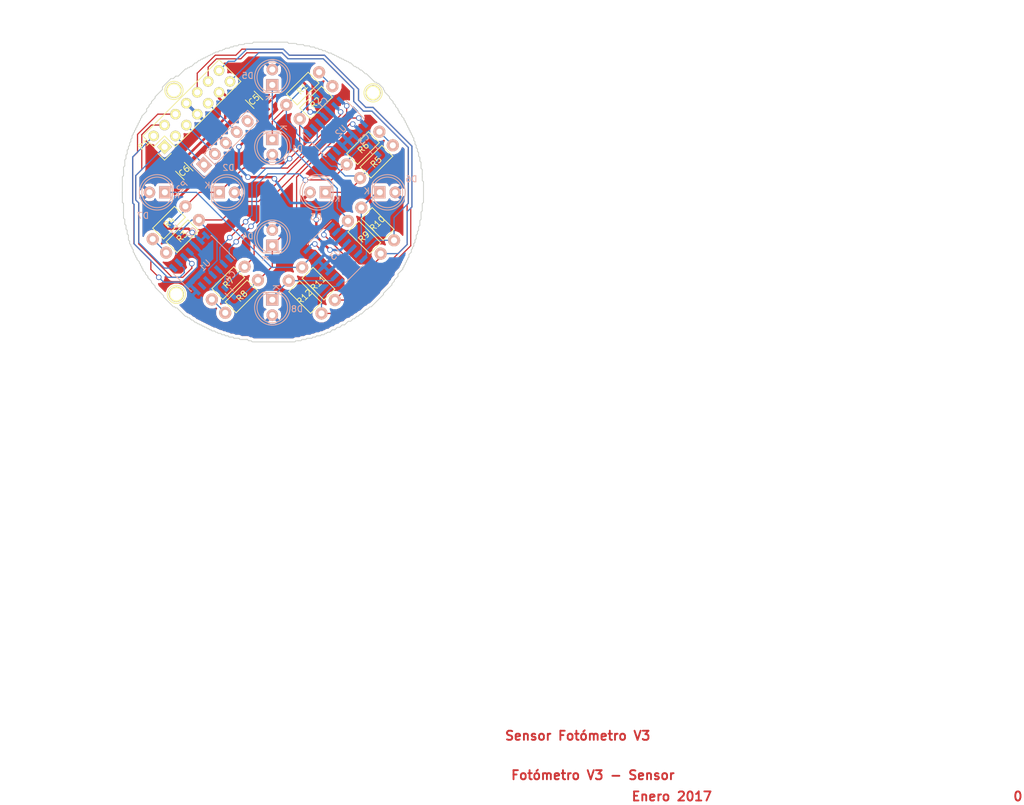
<source format=kicad_pcb>
(kicad_pcb (version 4) (host pcbnew 4.0.2-stable)
  (layers (0 F.Cu signal) (31 B.Cu signal) (34 B.Paste user) (35 F.Paste user) (36 B.SilkS user) (37 F.SilkS user) (38 B.Mask user) (39 F.Mask user) (44 Edge.Cuts user))
  (net 0 "")
  (net 1 CH0)
  (net 2 "Net-(C1-Pad2)")
  (net 3 CH1)
  (net 4 "Net-(C2-Pad2)")
  (net 5 CH3)
  (net 6 "Net-(C3-Pad2)")
  (net 7 CH2)
  (net 8 "Net-(C4-Pad2)")
  (net 9 GND)
  (net 10 5V)
  (net 11 "Net-(D5-Pad1)")
  (net 12 "Net-(D6-Pad1)")
  (net 13 "Net-(D7-Pad1)")
  (net 14 "Net-(D8-Pad1)")
  (net 15 A0)
  (net 16 A1)
  (net 17 MISO)
  (net 18 A2)
  (net 19 MOSI)
  (net 20 A3)
  (net 21 CLK)
  (net 22 SDA)
  (net 23 SS)
  (net 24 SCL)
  (net 25 3.3V)
  (net 26 "Net-(P2-Pad5)")
  (net 27 "Net-(U1-Pad5)")
  (net 28 "Net-(U1-Pad6)")
  (net 29 "Net-(R1-Pad1)")
  (net 30 "Net-(R3-Pad2)")
  (net 31 "Net-(R5-Pad1)")
  (net 32 "Net-(R7-Pad1)")
  (module Resistors_ThroughHole:Resistor_Horizontal_RM7mm (layer F.Cu) (at 167.35 85.75 225)
    (fp_text reference R5 (at 3.889087 0 225) (layer F.SilkS))
    (fp_text value R)
    (pad 1 thru_hole circle (at 0 0 225) (size 1.99898 1.99898) (drill 1.00076) (layers *.Cu *.SilkS *.Mask) (net 31 "Net-(R5-Pad1)"))
    (pad 2 thru_hole circle (at 7.62 0 225) (size 1.99898 1.99898) (drill 1.00076) (layers *.Cu *.SilkS *.Mask) (net 6 "Net-(C3-Pad2)"))
  )
  (module Resistors_ThroughHole:Resistor_Horizontal_RM7mm (layer F.Cu) (at 135.4 98.05 225)
    (fp_text reference R3 (at 3.889087 0 225) (layer F.SilkS))
    (fp_text value R)
    (pad 1 thru_hole circle (at 0 0 225) (size 1.99898 1.99898) (drill 1.00076) (layers *.Cu *.SilkS *.Mask) (net 5 CH3))
    (pad 2 thru_hole circle (at 7.62 0 225) (size 1.99898 1.99898) (drill 1.00076) (layers *.Cu *.SilkS *.Mask) (net 30 "Net-(R3-Pad2)"))
  )
  (module Connect:1pin (layer F.Cu) (at 131.3 76.7)
    (fp_text reference "" (at 2.5 -2.35) (layer F.SilkS))
    (fp_text value "")
    (pad "" np_thru_hole circle (at 0 0) (size 2.5 2.5) (drill 2.048) (layers *.Cu *.Mask F.SilkS) (clearance 0.25))
  )
  (module Connect:1pin (layer F.Cu) (at 164.1 77.1)
    (fp_text reference "" (at -2.3 -1.75) (layer F.SilkS))
    (fp_text value "")
    (pad "" np_thru_hole circle (at 0 0) (size 2.5 2.5) (drill 2.048) (layers *.Cu *.Mask F.SilkS) (clearance 0.25))
  )
  (module Connect:1pin (layer F.Cu) (at 131.7 110.3)
    (fp_text reference "" (at -0.5 4.25) (layer F.SilkS))
    (fp_text value "")
    (pad "" np_thru_hole circle (at 0 0) (size 2.5 2.5) (drill 2.048) (layers *.Cu *.Mask F.SilkS) (clearance 0.25))
  )
  (module Resistors_ThroughHole:Resistor_Horizontal_RM7mm (layer F.Cu) (at 155.2 73.7 225)
    (fp_text reference R1 (at 3.889087 0 225) (layer F.SilkS))
    (fp_text value R)
    (pad 1 thru_hole circle (at 0 0 225) (size 1.99898 1.99898) (drill 1.00076) (layers *.Cu *.SilkS *.Mask) (net 29 "Net-(R1-Pad1)"))
    (pad 2 thru_hole circle (at 7.62 0 225) (size 1.99898 1.99898) (drill 1.00076) (layers *.Cu *.SilkS *.Mask) (net 2 "Net-(C1-Pad2)"))
  )
  (module Pin_Headers:Pin_Header_Straight_1x05 (layer B.Cu) (at 136.25 88.95 315)
    (fp_text reference P2 (at 0 5.1 405) (layer B.SilkS) (effects (justify mirror)))
    (fp_text value CONN_01X05)
    (pad 1 thru_hole rect (at 0 0 315) (size 2.032 1.7272) (drill 1.016) (layers *.Cu *.Mask B.SilkS) (net 22 SDA))
    (pad 2 thru_hole oval (at 0 -2.54 315) (size 2.032 1.7272) (drill 1.016) (layers *.Cu *.Mask B.SilkS) (net 24 SCL))
    (pad 3 thru_hole oval (at 0 -5.08 315) (size 2.032 1.7272) (drill 1.016) (layers *.Cu *.Mask B.SilkS) (net 9 GND))
    (pad 4 thru_hole oval (at 0 -7.62 315) (size 2.032 1.7272) (drill 1.016) (layers *.Cu *.Mask B.SilkS) (net 25 3.3V))
    (pad 5 thru_hole oval (at 0 -10.16 315) (size 2.032 1.7272) (drill 1.016) (layers *.Cu *.Mask B.SilkS) (net 26 "Net-(P2-Pad5)"))
  )
  (module Housings_SOIC:SOIC-14_3.9x8.7mm_Pitch1.27mm (layer B.Cu) (at 135.8 105.2 135)
    (fp_text reference U1 (at -0.671751 0.176777 225) (layer B.SilkS) (effects (justify mirror)))
    (fp_text value MCP3204)
    (pad 1 smd rect (at -2.7 3.81 135) (size 1.5 0.6) (layers B.Cu B.Paste B.Mask) (net 1 CH0))
    (pad 2 smd rect (at -2.7 2.54 135) (size 1.5 0.6) (layers B.Cu B.Paste B.Mask) (net 3 CH1))
    (pad 3 smd rect (at -2.7 1.27 135) (size 1.5 0.6) (layers B.Cu B.Paste B.Mask) (net 7 CH2))
    (pad 4 smd rect (at -2.7 0 135) (size 1.5 0.6) (layers B.Cu B.Paste B.Mask) (net 5 CH3))
    (pad 5 smd rect (at -2.7 -1.27 135) (size 1.5 0.6) (layers B.Cu B.Paste B.Mask) (net 27 "Net-(U1-Pad5)"))
    (pad 6 smd rect (at -2.7 -2.54 135) (size 1.5 0.6) (layers B.Cu B.Paste B.Mask) (net 28 "Net-(U1-Pad6)"))
    (pad 7 smd rect (at -2.7 -3.81 135) (size 1.5 0.6) (layers B.Cu B.Paste B.Mask) (net 9 GND))
    (pad 8 smd rect (at 2.7 -3.81 135) (size 1.5 0.6) (layers B.Cu B.Paste B.Mask) (net 23 SS))
    (pad 9 smd rect (at 2.7 -2.54 135) (size 1.5 0.6) (layers B.Cu B.Paste B.Mask) (net 19 MOSI))
    (pad 10 smd rect (at 2.7 -1.27 135) (size 1.5 0.6) (layers B.Cu B.Paste B.Mask) (net 17 MISO))
    (pad 11 smd rect (at 2.7 0 135) (size 1.5 0.6) (layers B.Cu B.Paste B.Mask) (net 21 CLK))
    (pad 12 smd rect (at 2.7 1.27 135) (size 1.5 0.6) (layers B.Cu B.Paste B.Mask) (net 9 GND))
    (pad 13 smd rect (at 2.7 2.54 135) (size 1.5 0.6) (layers B.Cu B.Paste B.Mask) (net 10 5V))
    (pad 14 smd rect (at 2.7 3.81 135) (size 1.5 0.6) (layers B.Cu B.Paste B.Mask) (net 10 5V))
  )
  (module Resistors_ThroughHole:Resistor_Horizontal_RM7mm (layer F.Cu) (at 127.8 101.2 45)
    (fp_text reference R4 (at 3.889087 0 45) (layer F.SilkS))
    (fp_text value R)
    (pad 1 thru_hole circle (at 0 0 45) (size 1.99898 1.99898) (drill 1.00076) (layers *.Cu *.SilkS *.Mask) (net 30 "Net-(R3-Pad2)"))
    (pad 2 thru_hole circle (at 7.62 0 45) (size 1.99898 1.99898) (drill 1.00076) (layers *.Cu *.SilkS *.Mask) (net 4 "Net-(C2-Pad2)"))
  )
  (module Pin_Headers:Pin_Header_Straight_2x07 (layer F.Cu) (at 129.75 86 135)
    (fp_text reference P1 (at 2.65165 -2.156676 225) (layer F.SilkS))
    (fp_text value CONN_02X07)
    (pad 1 thru_hole rect (at 0 0 135) (size 1.7272 1.7272) (drill 1.016) (layers *.Cu *.Mask F.SilkS) (net 23 SS))
    (pad 2 thru_hole oval (at 2.54 0 135) (size 1.7272 1.7272) (drill 1.016) (layers *.Cu *.Mask F.SilkS) (net 19 MOSI))
    (pad 3 thru_hole oval (at 0 2.54 135) (size 1.7272 1.7272) (drill 1.016) (layers *.Cu *.Mask F.SilkS) (net 22 SDA))
    (pad 4 thru_hole oval (at 2.54 2.54 135) (size 1.7272 1.7272) (drill 1.016) (layers *.Cu *.Mask F.SilkS) (net 17 MISO))
    (pad 5 thru_hole oval (at 0 5.08 135) (size 1.7272 1.7272) (drill 1.016) (layers *.Cu *.Mask F.SilkS) (net 24 SCL))
    (pad 6 thru_hole oval (at 2.54 5.08 135) (size 1.7272 1.7272) (drill 1.016) (layers *.Cu *.Mask F.SilkS) (net 21 CLK))
    (pad 7 thru_hole oval (at 0 7.62 135) (size 1.7272 1.7272) (drill 1.016) (layers *.Cu *.Mask F.SilkS) (net 9 GND))
    (pad 8 thru_hole oval (at 2.54 7.62 135) (size 1.7272 1.7272) (drill 1.016) (layers *.Cu *.Mask F.SilkS) (net 9 GND))
    (pad 9 thru_hole oval (at 0 10.16 135) (size 1.7272 1.7272) (drill 1.016) (layers *.Cu *.Mask F.SilkS) (net 25 3.3V))
    (pad 10 thru_hole oval (at 2.54 10.16 135) (size 1.7272 1.7272) (drill 1.016) (layers *.Cu *.Mask F.SilkS) (net 18 A2))
    (pad 11 thru_hole oval (at 0 12.7 135) (size 1.7272 1.7272) (drill 1.016) (layers *.Cu *.Mask F.SilkS) (net 10 5V))
    (pad 12 thru_hole oval (at 2.54 12.7 135) (size 1.7272 1.7272) (drill 1.016) (layers *.Cu *.Mask F.SilkS) (net 20 A3))
    (pad 13 thru_hole oval (at 0 15.24 135) (size 1.7272 1.7272) (drill 1.016) (layers *.Cu *.Mask F.SilkS) (net 16 A1))
    (pad 14 thru_hole oval (at 2.54 15.24 135) (size 1.7272 1.7272) (drill 1.016) (layers *.Cu *.Mask F.SilkS) (net 15 A0))
  )
  (module Resistors_ThroughHole:Resistor_Horizontal_RM7mm (layer F.Cu) (at 165.35 103.6 135)
    (fp_text reference R9 (at 3.889087 0 225) (layer F.SilkS))
    (fp_text value R)
    (pad 1 thru_hole circle (at 0 0 135) (size 1.99898 1.99898) (drill 1.00076) (layers *.Cu *.SilkS *.Mask) (net 15 A0))
    (pad 2 thru_hole circle (at 7.62 0 135) (size 1.99898 1.99898) (drill 1.00076) (layers *.Cu *.SilkS *.Mask) (net 11 "Net-(D5-Pad1)"))
  )
  (module Housings_SOIC:SOIC-14_3.9x8.7mm_Pitch1.27mm (layer B.Cu) (at 157.9 103.75 225)
    (fp_text reference U3 (at 0 0 225) (layer B.SilkS) (effects (justify mirror)))
    (fp_text value LMC6484)
    (pad 1 smd rect (at -2.7 3.81 225) (size 1.5 0.6) (layers B.Cu B.Paste B.Mask) (net 15 A0))
    (pad 2 smd rect (at -2.7 2.54 225) (size 1.5 0.6) (layers B.Cu B.Paste B.Mask) (net 11 "Net-(D5-Pad1)"))
    (pad 3 smd rect (at -2.7 1.27 225) (size 1.5 0.6) (layers B.Cu B.Paste B.Mask) (net 9 GND))
    (pad 4 smd rect (at -2.7 0 225) (size 1.5 0.6) (layers B.Cu B.Paste B.Mask) (net 10 5V))
    (pad 5 smd rect (at -2.7 -1.27 225) (size 1.5 0.6) (layers B.Cu B.Paste B.Mask) (net 9 GND))
    (pad 6 smd rect (at -2.7 -2.54 225) (size 1.5 0.6) (layers B.Cu B.Paste B.Mask) (net 12 "Net-(D6-Pad1)"))
    (pad 7 smd rect (at -2.7 -3.81 225) (size 1.5 0.6) (layers B.Cu B.Paste B.Mask) (net 16 A1))
    (pad 8 smd rect (at 2.7 -3.81 225) (size 1.5 0.6) (layers B.Cu B.Paste B.Mask) (net 18 A2))
    (pad 9 smd rect (at 2.7 -2.54 225) (size 1.5 0.6) (layers B.Cu B.Paste B.Mask) (net 14 "Net-(D8-Pad1)"))
    (pad 10 smd rect (at 2.7 -1.27 225) (size 1.5 0.6) (layers B.Cu B.Paste B.Mask) (net 9 GND))
    (pad 11 smd rect (at 2.7 0 225) (size 1.5 0.6) (layers B.Cu B.Paste B.Mask) (net 9 GND))
    (pad 12 smd rect (at 2.7 1.27 225) (size 1.5 0.6) (layers B.Cu B.Paste B.Mask) (net 9 GND))
    (pad 13 smd rect (at 2.7 2.54 225) (size 1.5 0.6) (layers B.Cu B.Paste B.Mask) (net 13 "Net-(D7-Pad1)"))
    (pad 14 smd rect (at 2.7 3.81 225) (size 1.5 0.6) (layers B.Cu B.Paste B.Mask) (net 20 A3))
  )
  (module Capacitors_SMD:C_1206_HandSoldering (layer F.Cu) (at 144.5 78.25 315)
    (fp_text reference C5 (at 0 0 405) (layer F.SilkS))
    (fp_text value 10uF)
    (pad 1 smd rect (at -2 0 315) (size 2 1.6) (layers F.Cu F.Paste F.Mask) (net 9 GND))
    (pad 2 smd rect (at 2 0 315) (size 2 1.6) (layers F.Cu F.Paste F.Mask) (net 10 5V))
  )
  (module Capacitors_SMD:C_1206_HandSoldering (layer F.Cu) (at 133 90 315)
    (fp_text reference C6 (at 0 0 405) (layer F.SilkS))
    (fp_text value 0.1uF)
    (pad 1 smd rect (at -2 0 315) (size 2 1.6) (layers F.Cu F.Paste F.Mask) (net 9 GND))
    (pad 2 smd rect (at 2 0 315) (size 2 1.6) (layers F.Cu F.Paste F.Mask) (net 10 5V))
  )
  (module LEDs:LED-5MM (layer B.Cu) (at 147.5 84.75 270)
    (fp_text reference D1 (at 1.524 -4.064 360) (layer B.SilkS) (effects (justify mirror)))
    (fp_text value LED)
    (fp_text user K (at -1.905 -1.905 270) (layer B.SilkS) (effects (justify mirror)))
    (pad 1 thru_hole rect (at 0 0 180) (size 2 1.9) (drill 1.00076) (layers *.Cu *.Mask B.SilkS) (net 2 "Net-(C1-Pad2)"))
    (pad 2 thru_hole circle (at 2.54 0 270) (size 1.9 1.9) (drill 1.00076) (layers *.Cu *.Mask B.SilkS) (net 9 GND))
  )
  (module LEDs:LED-5MM (layer B.Cu) (at 138.75 93.5)
    (fp_text reference D2 (at 1.524 -4.064) (layer B.SilkS) (effects (justify mirror)))
    (fp_text value LED)
    (fp_text user K (at -1.95 -1.15) (layer B.SilkS) (effects (justify mirror)))
    (pad 1 thru_hole rect (at 0 0 270) (size 2 1.9) (drill 1.00076) (layers *.Cu *.Mask B.SilkS) (net 4 "Net-(C2-Pad2)"))
    (pad 2 thru_hole circle (at 2.54 0) (size 1.9 1.9) (drill 1.00076) (layers *.Cu *.Mask B.SilkS) (net 9 GND))
  )
  (module LEDs:LED-5MM (layer B.Cu) (at 156.25 93.5 180)
    (fp_text reference D3 (at 1.524 -4.064 180) (layer B.SilkS) (effects (justify mirror)))
    (fp_text value LED)
    (fp_text user K (at -1.95 -1.05 180) (layer B.SilkS) (effects (justify mirror)))
    (pad 1 thru_hole rect (at 0 0 90) (size 2 1.9) (drill 1.00076) (layers *.Cu *.Mask B.SilkS) (net 6 "Net-(C3-Pad2)"))
    (pad 2 thru_hole circle (at 2.54 0 180) (size 1.9 1.9) (drill 1.00076) (layers *.Cu *.Mask B.SilkS) (net 9 GND))
  )
  (module LEDs:LED-5MM (layer B.Cu) (at 147.5 102.25 90)
    (fp_text reference D4 (at 1.524 -4.064 180) (layer B.SilkS) (effects (justify mirror)))
    (fp_text value LED)
    (fp_text user K (at -2.1 -1.1 90) (layer B.SilkS) (effects (justify mirror)))
    (pad 1 thru_hole rect (at 0 0) (size 2 1.9) (drill 1.00076) (layers *.Cu *.Mask B.SilkS) (net 8 "Net-(C4-Pad2)"))
    (pad 2 thru_hole circle (at 2.54 0 90) (size 1.9 1.9) (drill 1.00076) (layers *.Cu *.Mask B.SilkS) (net 9 GND))
  )
  (module LEDs:LED-5MM (layer B.Cu) (at 147.5 75.8 90)
    (fp_text reference D5 (at 1.524 -4.064 180) (layer B.SilkS) (effects (justify mirror)))
    (fp_text value LED)
    (fp_text user K (at -2.15 -0.5 90) (layer B.SilkS) (effects (justify mirror)))
    (pad 1 thru_hole rect (at 0 0) (size 2 1.9) (drill 1.00076) (layers *.Cu *.Mask B.SilkS) (net 11 "Net-(D5-Pad1)"))
    (pad 2 thru_hole circle (at 2.54 0 90) (size 1.9 1.9) (drill 1.00076) (layers *.Cu *.Mask B.SilkS) (net 9 GND))
  )
  (module LEDs:LED-5MM (layer B.Cu) (at 165.2 93.5)
    (fp_text reference D6 (at 5.2 -2.2) (layer B.SilkS) (effects (justify mirror)))
    (fp_text value LED)
    (fp_text user K (at -2.15 -0.2) (layer B.SilkS) (effects (justify mirror)))
    (pad 1 thru_hole rect (at 0 0 270) (size 2 1.9) (drill 1.00076) (layers *.Cu *.Mask B.SilkS) (net 12 "Net-(D6-Pad1)"))
    (pad 2 thru_hole circle (at 2.54 0) (size 1.9 1.9) (drill 1.00076) (layers *.Cu *.Mask B.SilkS) (net 9 GND))
  )
  (module LEDs:LED-5MM (layer B.Cu) (at 129.8 93.5 180)
    (fp_text reference D7 (at 3.6 -3.85 180) (layer B.SilkS) (effects (justify mirror)))
    (fp_text value LED)
    (fp_text user K (at -2 -0.45 180) (layer B.SilkS) (effects (justify mirror)))
    (pad 1 thru_hole rect (at 0 0 90) (size 2 1.9) (drill 1.00076) (layers *.Cu *.Mask B.SilkS) (net 13 "Net-(D7-Pad1)"))
    (pad 2 thru_hole circle (at 2.54 0 180) (size 1.9 1.9) (drill 1.00076) (layers *.Cu *.Mask B.SilkS) (net 9 GND))
  )
  (module LEDs:LED-5MM (layer B.Cu) (at 147.5 111.2 270)
    (fp_text reference D8 (at 1.524 -4.064 360) (layer B.SilkS) (effects (justify mirror)))
    (fp_text value LED)
    (fp_text user K (at -2.05 -0.7 270) (layer B.SilkS) (effects (justify mirror)))
    (pad 1 thru_hole rect (at 0 0 180) (size 2 1.9) (drill 1.00076) (layers *.Cu *.Mask B.SilkS) (net 14 "Net-(D8-Pad1)"))
    (pad 2 thru_hole circle (at 2.54 0 270) (size 1.9 1.9) (drill 1.00076) (layers *.Cu *.Mask B.SilkS) (net 9 GND))
  )
  (module Resistors_ThroughHole:Resistor_Horizontal_RM7mm (layer F.Cu) (at 157.4 76 225)
    (fp_text reference R2 (at 3.889087 0 225) (layer F.SilkS))
    (fp_text value R)
    (pad 1 thru_hole circle (at 0 0 225) (size 1.99898 1.99898) (drill 1.00076) (layers *.Cu *.SilkS *.Mask) (net 29 "Net-(R1-Pad1)"))
    (pad 2 thru_hole circle (at 7.62 0 225) (size 1.99898 1.99898) (drill 1.00076) (layers *.Cu *.SilkS *.Mask) (net 3 CH1))
  )
  (module Resistors_ThroughHole:Resistor_Horizontal_RM7mm (layer F.Cu) (at 159.75 88.9 45)
    (fp_text reference R6 (at 3.889087 0 45) (layer F.SilkS))
    (fp_text value R)
    (pad 1 thru_hole circle (at 0 0 45) (size 1.99898 1.99898) (drill 1.00076) (layers *.Cu *.SilkS *.Mask) (net 1 CH0))
    (pad 2 thru_hole circle (at 7.62 0 45) (size 1.99898 1.99898) (drill 1.00076) (layers *.Cu *.SilkS *.Mask) (net 31 "Net-(R5-Pad1)"))
  )
  (module Resistors_ThroughHole:Resistor_Horizontal_RM7mm (layer F.Cu) (at 137.55 111.15 45)
    (fp_text reference R7 (at 3.889087 0 45) (layer F.SilkS))
    (fp_text value R)
    (pad 1 thru_hole circle (at 0 0 45) (size 1.99898 1.99898) (drill 1.00076) (layers *.Cu *.SilkS *.Mask) (net 32 "Net-(R7-Pad1)"))
    (pad 2 thru_hole circle (at 7.62 0 45) (size 1.99898 1.99898) (drill 1.00076) (layers *.Cu *.SilkS *.Mask) (net 7 CH2))
  )
  (module Resistors_ThroughHole:Resistor_Horizontal_RM7mm (layer F.Cu) (at 139.75 113.35 45)
    (fp_text reference R8 (at 3.889087 0 45) (layer F.SilkS))
    (fp_text value R)
    (pad 1 thru_hole circle (at 0 0 45) (size 1.99898 1.99898) (drill 1.00076) (layers *.Cu *.SilkS *.Mask) (net 32 "Net-(R7-Pad1)"))
    (pad 2 thru_hole circle (at 7.62 0 45) (size 1.99898 1.99898) (drill 1.00076) (layers *.Cu *.SilkS *.Mask) (net 8 "Net-(C4-Pad2)"))
  )
  (module Resistors_ThroughHole:Resistor_Horizontal_RM7mm (layer F.Cu) (at 167.55 101.4 135)
    (fp_text reference R10 (at 3.889087 0 225) (layer F.SilkS))
    (fp_text value R)
    (pad 1 thru_hole circle (at 0 0 135) (size 1.99898 1.99898) (drill 1.00076) (layers *.Cu *.SilkS *.Mask) (net 16 A1))
    (pad 2 thru_hole circle (at 7.62 0 135) (size 1.99898 1.99898) (drill 1.00076) (layers *.Cu *.SilkS *.Mask) (net 12 "Net-(D6-Pad1)"))
  )
  (module Resistors_ThroughHole:Resistor_Horizontal_RM7mm (layer F.Cu) (at 157.8 111.25 135)
    (fp_text reference R11 (at 3.889087 0 225) (layer F.SilkS))
    (fp_text value R)
    (pad 1 thru_hole circle (at 0 0 135) (size 1.99898 1.99898) (drill 1.00076) (layers *.Cu *.SilkS *.Mask) (net 20 A3))
    (pad 2 thru_hole circle (at 7.62 0 135) (size 1.99898 1.99898) (drill 1.00076) (layers *.Cu *.SilkS *.Mask) (net 13 "Net-(D7-Pad1)"))
  )
  (module Resistors_ThroughHole:Resistor_Horizontal_RM7mm (layer F.Cu) (at 155.6 113.45 135)
    (fp_text reference R12 (at 3.889087 -0.070711 225) (layer F.SilkS))
    (fp_text value R)
    (pad 1 thru_hole circle (at 0 0 135) (size 1.99898 1.99898) (drill 1.00076) (layers *.Cu *.SilkS *.Mask) (net 18 A2))
    (pad 2 thru_hole circle (at 7.62 0 135) (size 1.99898 1.99898) (drill 1.00076) (layers *.Cu *.SilkS *.Mask) (net 14 "Net-(D8-Pad1)"))
  )
  (module Housings_SOIC:SOIC-14_3.9x8.7mm_Pitch1.27mm (layer B.Cu) (at 158 83 315)
    (fp_text reference U2 (at 0.813173 -0.318198 405) (layer B.SilkS) (effects (justify mirror)))
    (fp_text value LMC6484)
    (pad 1 smd rect (at -2.7 3.81 315) (size 1.5 0.6) (layers B.Cu B.Paste B.Mask) (net 3 CH1))
    (pad 2 smd rect (at -2.7 2.54 315) (size 1.5 0.6) (layers B.Cu B.Paste B.Mask) (net 2 "Net-(C1-Pad2)"))
    (pad 3 smd rect (at -2.7 1.27 315) (size 1.5 0.6) (layers B.Cu B.Paste B.Mask) (net 9 GND))
    (pad 4 smd rect (at -2.7 0 315) (size 1.5 0.6) (layers B.Cu B.Paste B.Mask) (net 10 5V))
    (pad 5 smd rect (at -2.7 -1.27 315) (size 1.5 0.6) (layers B.Cu B.Paste B.Mask) (net 9 GND))
    (pad 6 smd rect (at -2.7 -2.54 315) (size 1.5 0.6) (layers B.Cu B.Paste B.Mask) (net 4 "Net-(C2-Pad2)"))
    (pad 7 smd rect (at -2.7 -3.81 315) (size 1.5 0.6) (layers B.Cu B.Paste B.Mask) (net 5 CH3))
    (pad 8 smd rect (at 2.7 -3.81 315) (size 1.5 0.6) (layers B.Cu B.Paste B.Mask) (net 7 CH2))
    (pad 9 smd rect (at 2.7 -2.54 315) (size 1.5 0.6) (layers B.Cu B.Paste B.Mask) (net 8 "Net-(C4-Pad2)"))
    (pad 10 smd rect (at 2.7 -1.27 315) (size 1.5 0.6) (layers B.Cu B.Paste B.Mask) (net 9 GND))
    (pad 11 smd rect (at 2.7 0 315) (size 1.5 0.6) (layers B.Cu B.Paste B.Mask) (net 9 GND))
    (pad 12 smd rect (at 2.7 1.27 315) (size 1.5 0.6) (layers B.Cu B.Paste B.Mask) (net 9 GND))
    (pad 13 smd rect (at 2.7 2.54 315) (size 1.5 0.6) (layers B.Cu B.Paste B.Mask) (net 6 "Net-(C3-Pad2)"))
    (pad 14 smd rect (at 2.7 3.81 315) (size 1.5 0.6) (layers B.Cu B.Paste B.Mask) (net 1 CH0))
  )
  (module Capacitors_SMD:C_0603_HandSoldering (layer B.Cu) (at 154 76.95 135)
    (fp_text reference C1 (at -2.545584 0 225) (layer B.SilkS) (effects (justify mirror)))
    (fp_text value 0.1pF)
    (pad 1 smd rect (at -0.95 0 135) (size 1.2 0.75) (layers B.Cu B.Paste B.Mask) (net 3 CH1))
    (pad 2 smd rect (at 0.95 0 135) (size 1.2 0.75) (layers B.Cu B.Paste B.Mask) (net 2 "Net-(C1-Pad2)"))
  )
  (module Capacitors_SMD:C_0603_HandSoldering (layer B.Cu) (at 131.4 99.55 135)
    (fp_text reference C2 (at -2.404163 1.555635 225) (layer B.SilkS) (effects (justify mirror)))
    (fp_text value 0.1pF)
    (pad 1 smd rect (at -0.95 0 135) (size 1.2 0.75) (layers B.Cu B.Paste B.Mask) (net 5 CH3))
    (pad 2 smd rect (at 0.95 0 135) (size 1.2 0.75) (layers B.Cu B.Paste B.Mask) (net 4 "Net-(C2-Pad2)"))
  )
  (module Capacitors_SMD:C_0603_HandSoldering (layer B.Cu) (at 164.2 86.55 315)
    (fp_text reference C3 (at -2.404163 -0.141421 405) (layer B.SilkS) (effects (justify mirror)))
    (fp_text value 0.1pF)
    (pad 1 smd rect (at -0.95 0 315) (size 1.2 0.75) (layers B.Cu B.Paste B.Mask) (net 1 CH0))
    (pad 2 smd rect (at 0.95 0 315) (size 1.2 0.75) (layers B.Cu B.Paste B.Mask) (net 6 "Net-(C3-Pad2)"))
  )
  (module Capacitors_SMD:C_0603_HandSoldering (layer B.Cu) (at 140.4 109.95 315)
    (fp_text reference C4 (at -1.697056 -1.979899 405) (layer B.SilkS) (effects (justify mirror)))
    (fp_text value 0.1pF)
    (pad 1 smd rect (at -0.95 0 315) (size 1.2 0.75) (layers B.Cu B.Paste B.Mask) (net 7 CH2))
    (pad 2 smd rect (at 0.95 0 315) (size 1.2 0.75) (layers B.Cu B.Paste B.Mask) (net 8 "Net-(C4-Pad2)"))
  )
  (gr_text 0 (at 270.3 193.05) (layer F.Cu) (effects (font (size 1.5 1.5) (thickness 0.3))))
  (gr_text "Enero 2017\n" (at 213.3 193.05) (layer F.Cu) (effects (font (size 1.5 1.5) (thickness 0.3))))
  (gr_text "Fotómetro V3 - Sensor" (at 200.3 189.55) (layer F.Cu) (effects (font (size 1.5 1.5) (thickness 0.3))))
  (gr_text "Sensor Fotómetro V3\n" (at 197.8 183.05) (layer F.Cu) (effects (font (size 1.5 1.5) (thickness 0.3))))
  (gr_line (start 144.4 68.75) (end 147.4 68.75) (angle 90) (layer Edge.Cuts) (width 0.15))
  (gr_line (start 144.2 68.95) (end 144.4 68.75) (angle 90) (layer Edge.Cuts) (width 0.15))
  (gr_line (start 143.8 68.95) (end 144.2 68.95) (angle 90) (layer Edge.Cuts) (width 0.15))
  (gr_line (start 143 68.95) (end 143.8 68.95) (angle 90) (layer Edge.Cuts) (width 0.15))
  (gr_line (start 142.8 69.15) (end 143 68.95) (angle 90) (layer Edge.Cuts) (width 0.15))
  (gr_line (start 142 69.15) (end 142.8 69.15) (angle 90) (layer Edge.Cuts) (width 0.15))
  (gr_line (start 141.8 69.35) (end 142 69.15) (angle 90) (layer Edge.Cuts) (width 0.15))
  (gr_line (start 141.6 69.35) (end 141.8 69.35) (angle 90) (layer Edge.Cuts) (width 0.15))
  (gr_line (start 141.2 69.35) (end 141.6 69.35) (angle 90) (layer Edge.Cuts) (width 0.15))
  (gr_line (start 141 69.55) (end 141.2 69.35) (angle 90) (layer Edge.Cuts) (width 0.15))
  (gr_line (start 140.8 69.55) (end 141 69.55) (angle 90) (layer Edge.Cuts) (width 0.15))
  (gr_line (start 140.6 69.55) (end 140.8 69.55) (angle 90) (layer Edge.Cuts) (width 0.15))
  (gr_line (start 140.4 69.75) (end 140.6 69.55) (angle 90) (layer Edge.Cuts) (width 0.15))
  (gr_line (start 140.2 69.75) (end 140.4 69.75) (angle 90) (layer Edge.Cuts) (width 0.15))
  (gr_line (start 139.8 69.75) (end 140.2 69.75) (angle 90) (layer Edge.Cuts) (width 0.15))
  (gr_line (start 139.6 69.95) (end 139.8 69.75) (angle 90) (layer Edge.Cuts) (width 0.15))
  (gr_line (start 139.4 69.95) (end 139.6 69.95) (angle 90) (layer Edge.Cuts) (width 0.15))
  (gr_line (start 139.2 70.15) (end 139.4 69.95) (angle 90) (layer Edge.Cuts) (width 0.15))
  (gr_line (start 138.8 70.15) (end 139.2 70.15) (angle 90) (layer Edge.Cuts) (width 0.15))
  (gr_line (start 138.6 70.35) (end 138.8 70.15) (angle 90) (layer Edge.Cuts) (width 0.15))
  (gr_line (start 138.2 70.35) (end 138.6 70.35) (angle 90) (layer Edge.Cuts) (width 0.15))
  (gr_line (start 138 70.55) (end 138.2 70.35) (angle 90) (layer Edge.Cuts) (width 0.15))
  (gr_line (start 137.8 70.55) (end 138 70.55) (angle 90) (layer Edge.Cuts) (width 0.15))
  (gr_line (start 137.6 70.75) (end 137.8 70.55) (angle 90) (layer Edge.Cuts) (width 0.15))
  (gr_line (start 137.4 70.75) (end 137.6 70.75) (angle 90) (layer Edge.Cuts) (width 0.15))
  (gr_line (start 137.2 70.95) (end 137.4 70.75) (angle 90) (layer Edge.Cuts) (width 0.15))
  (gr_line (start 137 70.95) (end 137.2 70.95) (angle 90) (layer Edge.Cuts) (width 0.15))
  (gr_line (start 136.8 71.15) (end 137 70.95) (angle 90) (layer Edge.Cuts) (width 0.15))
  (gr_line (start 136.6 71.15) (end 136.8 71.15) (angle 90) (layer Edge.Cuts) (width 0.15))
  (gr_line (start 136.4 71.35) (end 136.6 71.15) (angle 90) (layer Edge.Cuts) (width 0.15))
  (gr_line (start 136.2 71.35) (end 136.4 71.35) (angle 90) (layer Edge.Cuts) (width 0.15))
  (gr_line (start 136 71.55) (end 136.2 71.35) (angle 90) (layer Edge.Cuts) (width 0.15))
  (gr_line (start 135.8 71.55) (end 136 71.55) (angle 90) (layer Edge.Cuts) (width 0.15))
  (gr_line (start 135.6 71.75) (end 135.8 71.55) (angle 90) (layer Edge.Cuts) (width 0.15))
  (gr_line (start 135.4 71.75) (end 135.6 71.75) (angle 90) (layer Edge.Cuts) (width 0.15))
  (gr_line (start 135 72.15) (end 135.4 71.75) (angle 90) (layer Edge.Cuts) (width 0.15))
  (gr_line (start 134.8 72.15) (end 135 72.15) (angle 90) (layer Edge.Cuts) (width 0.15))
  (gr_line (start 134.4 72.55) (end 134.8 72.15) (angle 90) (layer Edge.Cuts) (width 0.15))
  (gr_line (start 134.2 72.75) (end 134.4 72.55) (angle 90) (layer Edge.Cuts) (width 0.15))
  (gr_line (start 134 72.75) (end 134.2 72.75) (angle 90) (layer Edge.Cuts) (width 0.15))
  (gr_line (start 133.8 72.95) (end 134 72.75) (angle 90) (layer Edge.Cuts) (width 0.15))
  (gr_line (start 133.6 72.95) (end 133.8 72.95) (angle 90) (layer Edge.Cuts) (width 0.15))
  (gr_line (start 133.4 73.15) (end 133.6 72.95) (angle 90) (layer Edge.Cuts) (width 0.15))
  (gr_line (start 133.2 73.15) (end 133.4 73.15) (angle 90) (layer Edge.Cuts) (width 0.15))
  (gr_line (start 132 74.35) (end 133.2 73.15) (angle 90) (layer Edge.Cuts) (width 0.15))
  (gr_line (start 131.6 74.35) (end 132 74.35) (angle 90) (layer Edge.Cuts) (width 0.15))
  (gr_line (start 131.2 74.75) (end 131.6 74.35) (angle 90) (layer Edge.Cuts) (width 0.15))
  (gr_line (start 130.8 74.75) (end 131.2 74.75) (angle 90) (layer Edge.Cuts) (width 0.15))
  (gr_line (start 129.4 76.15) (end 130.8 74.75) (angle 90) (layer Edge.Cuts) (width 0.15))
  (gr_line (start 129.4 76.35) (end 129.4 76.15) (angle 90) (layer Edge.Cuts) (width 0.15))
  (gr_line (start 129.4 76.55) (end 129.4 76.35) (angle 90) (layer Edge.Cuts) (width 0.15))
  (gr_line (start 128.2 77.75) (end 129.4 76.55) (angle 90) (layer Edge.Cuts) (width 0.15))
  (gr_line (start 128.2 77.95) (end 128.2 77.75) (angle 90) (layer Edge.Cuts) (width 0.15))
  (gr_line (start 127.6 78.55) (end 128.2 77.95) (angle 90) (layer Edge.Cuts) (width 0.15))
  (gr_line (start 127.6 78.75) (end 127.6 78.55) (angle 90) (layer Edge.Cuts) (width 0.15))
  (gr_line (start 127.2 79.15) (end 127.6 78.75) (angle 90) (layer Edge.Cuts) (width 0.15))
  (gr_line (start 127.2 79.35) (end 127.2 79.15) (angle 90) (layer Edge.Cuts) (width 0.15))
  (gr_line (start 126.8 79.75) (end 127.2 79.35) (angle 90) (layer Edge.Cuts) (width 0.15))
  (gr_line (start 126.8 80.15) (end 126.8 79.75) (angle 90) (layer Edge.Cuts) (width 0.15))
  (gr_line (start 126 80.95) (end 126.8 80.15) (angle 90) (layer Edge.Cuts) (width 0.15))
  (gr_line (start 126 81.15) (end 126 80.95) (angle 90) (layer Edge.Cuts) (width 0.15))
  (gr_line (start 125.8 81.35) (end 126 81.15) (angle 90) (layer Edge.Cuts) (width 0.15))
  (gr_line (start 125.8 81.55) (end 125.8 81.35) (angle 90) (layer Edge.Cuts) (width 0.15))
  (gr_line (start 125.6 81.75) (end 125.8 81.55) (angle 90) (layer Edge.Cuts) (width 0.15))
  (gr_line (start 125.6 81.95) (end 125.6 81.75) (angle 90) (layer Edge.Cuts) (width 0.15))
  (gr_line (start 125.4 82.15) (end 125.6 81.95) (angle 90) (layer Edge.Cuts) (width 0.15))
  (gr_line (start 125.4 82.35) (end 125.4 82.15) (angle 90) (layer Edge.Cuts) (width 0.15))
  (gr_line (start 125.2 82.55) (end 125.4 82.35) (angle 90) (layer Edge.Cuts) (width 0.15))
  (gr_line (start 125.2 82.75) (end 125.2 82.55) (angle 90) (layer Edge.Cuts) (width 0.15))
  (gr_line (start 125 82.95) (end 125.2 82.75) (angle 90) (layer Edge.Cuts) (width 0.15))
  (gr_line (start 125 83.15) (end 125 82.95) (angle 90) (layer Edge.Cuts) (width 0.15))
  (gr_line (start 124.8 83.35) (end 125 83.15) (angle 90) (layer Edge.Cuts) (width 0.15))
  (gr_line (start 124.8 83.55) (end 124.8 83.35) (angle 90) (layer Edge.Cuts) (width 0.15))
  (gr_line (start 124.6 83.75) (end 124.8 83.55) (angle 90) (layer Edge.Cuts) (width 0.15))
  (gr_line (start 124.6 83.95) (end 124.6 83.75) (angle 90) (layer Edge.Cuts) (width 0.15))
  (gr_line (start 124.4 84.15) (end 124.6 83.95) (angle 90) (layer Edge.Cuts) (width 0.15))
  (gr_line (start 124.4 84.55) (end 124.4 84.15) (angle 90) (layer Edge.Cuts) (width 0.15))
  (gr_line (start 124.2 84.75) (end 124.4 84.55) (angle 90) (layer Edge.Cuts) (width 0.15))
  (gr_line (start 124.2 85.15) (end 124.2 84.75) (angle 90) (layer Edge.Cuts) (width 0.15))
  (gr_line (start 124 85.35) (end 124.2 85.15) (angle 90) (layer Edge.Cuts) (width 0.15))
  (gr_line (start 124 85.75) (end 124 85.35) (angle 90) (layer Edge.Cuts) (width 0.15))
  (gr_line (start 123.8 85.95) (end 124 85.75) (angle 90) (layer Edge.Cuts) (width 0.15))
  (gr_line (start 123.8 86.35) (end 123.8 85.95) (angle 90) (layer Edge.Cuts) (width 0.15))
  (gr_line (start 123.6 86.55) (end 123.8 86.35) (angle 90) (layer Edge.Cuts) (width 0.15))
  (gr_line (start 123.6 87.15) (end 123.6 86.55) (angle 90) (layer Edge.Cuts) (width 0.15))
  (gr_line (start 123.4 87.35) (end 123.6 87.15) (angle 90) (layer Edge.Cuts) (width 0.15))
  (gr_line (start 123.4 87.95) (end 123.4 87.35) (angle 90) (layer Edge.Cuts) (width 0.15))
  (gr_line (start 123.2 88.15) (end 123.4 87.95) (angle 90) (layer Edge.Cuts) (width 0.15))
  (gr_line (start 123.2 89.15) (end 123.2 88.15) (angle 90) (layer Edge.Cuts) (width 0.15))
  (gr_line (start 123 89.35) (end 123.2 89.15) (angle 90) (layer Edge.Cuts) (width 0.15))
  (gr_line (start 123 90.75) (end 123 89.35) (angle 90) (layer Edge.Cuts) (width 0.15))
  (gr_line (start 122.8 90.95) (end 123 90.75) (angle 90) (layer Edge.Cuts) (width 0.15))
  (gr_line (start 122.8 93.55) (end 122.8 90.95) (angle 90) (layer Edge.Cuts) (width 0.15))
  (gr_line (start 122.8 95.15) (end 122.8 93.55) (angle 90) (layer Edge.Cuts) (width 0.15))
  (gr_line (start 123 95.35) (end 122.8 95.15) (angle 90) (layer Edge.Cuts) (width 0.15))
  (gr_line (start 123 97.75) (end 123 95.35) (angle 90) (layer Edge.Cuts) (width 0.15))
  (gr_line (start 123.2 97.95) (end 123 97.75) (angle 90) (layer Edge.Cuts) (width 0.15))
  (gr_line (start 123.2 98.75) (end 123.2 97.95) (angle 90) (layer Edge.Cuts) (width 0.15))
  (gr_line (start 123.4 98.95) (end 123.2 98.75) (angle 90) (layer Edge.Cuts) (width 0.15))
  (gr_line (start 123.4 99.55) (end 123.4 98.95) (angle 90) (layer Edge.Cuts) (width 0.15))
  (gr_line (start 123.6 99.75) (end 123.4 99.55) (angle 90) (layer Edge.Cuts) (width 0.15))
  (gr_line (start 123.6 100.35) (end 123.6 99.75) (angle 90) (layer Edge.Cuts) (width 0.15))
  (gr_line (start 123.8 100.55) (end 123.6 100.35) (angle 90) (layer Edge.Cuts) (width 0.15))
  (gr_line (start 123.8 100.95) (end 123.8 100.55) (angle 90) (layer Edge.Cuts) (width 0.15))
  (gr_line (start 123.8 101.35) (end 123.8 100.95) (angle 90) (layer Edge.Cuts) (width 0.15))
  (gr_line (start 124 101.55) (end 123.8 101.35) (angle 90) (layer Edge.Cuts) (width 0.15))
  (gr_line (start 124 101.75) (end 124 101.55) (angle 90) (layer Edge.Cuts) (width 0.15))
  (gr_line (start 124 101.95) (end 124 101.75) (angle 90) (layer Edge.Cuts) (width 0.15))
  (gr_line (start 124.2 102.15) (end 124 101.95) (angle 90) (layer Edge.Cuts) (width 0.15))
  (gr_line (start 124.2 102.35) (end 124.2 102.15) (angle 90) (layer Edge.Cuts) (width 0.15))
  (gr_line (start 124.4 102.55) (end 124.2 102.35) (angle 90) (layer Edge.Cuts) (width 0.15))
  (gr_line (start 124.4 102.75) (end 124.4 102.55) (angle 90) (layer Edge.Cuts) (width 0.15))
  (gr_line (start 124.6 102.95) (end 124.4 102.75) (angle 90) (layer Edge.Cuts) (width 0.15))
  (gr_line (start 124.6 103.15) (end 124.6 102.95) (angle 90) (layer Edge.Cuts) (width 0.15))
  (gr_line (start 124.6 103.35) (end 124.6 103.15) (angle 90) (layer Edge.Cuts) (width 0.15))
  (gr_line (start 124.8 103.55) (end 124.6 103.35) (angle 90) (layer Edge.Cuts) (width 0.15))
  (gr_line (start 124.8 103.75) (end 124.8 103.55) (angle 90) (layer Edge.Cuts) (width 0.15))
  (gr_line (start 125 103.95) (end 124.8 103.75) (angle 90) (layer Edge.Cuts) (width 0.15))
  (gr_line (start 125 104.15) (end 125 103.95) (angle 90) (layer Edge.Cuts) (width 0.15))
  (gr_line (start 125.2 104.35) (end 125 104.15) (angle 90) (layer Edge.Cuts) (width 0.15))
  (gr_line (start 125.2 104.55) (end 125.2 104.35) (angle 90) (layer Edge.Cuts) (width 0.15))
  (gr_line (start 125.4 104.75) (end 125.2 104.55) (angle 90) (layer Edge.Cuts) (width 0.15))
  (gr_line (start 125.6 104.95) (end 125.4 104.75) (angle 90) (layer Edge.Cuts) (width 0.15))
  (gr_line (start 125.6 105.15) (end 125.6 104.95) (angle 90) (layer Edge.Cuts) (width 0.15))
  (gr_line (start 125.8 105.35) (end 125.6 105.15) (angle 90) (layer Edge.Cuts) (width 0.15))
  (gr_line (start 125.8 105.55) (end 125.8 105.35) (angle 90) (layer Edge.Cuts) (width 0.15))
  (gr_line (start 126 105.75) (end 125.8 105.55) (angle 90) (layer Edge.Cuts) (width 0.15))
  (gr_line (start 126 105.95) (end 126 105.75) (angle 90) (layer Edge.Cuts) (width 0.15))
  (gr_line (start 126.2 106.15) (end 126 105.95) (angle 90) (layer Edge.Cuts) (width 0.15))
  (gr_line (start 126.2 106.35) (end 126.2 106.15) (angle 90) (layer Edge.Cuts) (width 0.15))
  (gr_line (start 126.6 106.75) (end 126.2 106.35) (angle 90) (layer Edge.Cuts) (width 0.15))
  (gr_line (start 126.6 106.95) (end 126.6 106.75) (angle 90) (layer Edge.Cuts) (width 0.15))
  (gr_line (start 127 107.35) (end 126.6 106.95) (angle 90) (layer Edge.Cuts) (width 0.15))
  (gr_line (start 127 107.55) (end 127 107.35) (angle 90) (layer Edge.Cuts) (width 0.15))
  (gr_line (start 127.6 108.15) (end 127 107.55) (angle 90) (layer Edge.Cuts) (width 0.15))
  (gr_line (start 127.6 108.35) (end 127.6 108.15) (angle 90) (layer Edge.Cuts) (width 0.15))
  (gr_line (start 128 108.75) (end 127.6 108.35) (angle 90) (layer Edge.Cuts) (width 0.15))
  (gr_line (start 128.2 108.95) (end 128 108.75) (angle 90) (layer Edge.Cuts) (width 0.15))
  (gr_line (start 128.2 109.15) (end 128.2 108.95) (angle 90) (layer Edge.Cuts) (width 0.15))
  (gr_line (start 128.4 109.35) (end 128.2 109.15) (angle 90) (layer Edge.Cuts) (width 0.15))
  (gr_line (start 129.6 110.55) (end 128.4 109.35) (angle 90) (layer Edge.Cuts) (width 0.15))
  (gr_line (start 129.6 110.75) (end 129.6 110.55) (angle 90) (layer Edge.Cuts) (width 0.15))
  (gr_line (start 131.2 112.35) (end 129.6 110.75) (angle 90) (layer Edge.Cuts) (width 0.15))
  (gr_line (start 131.4 112.35) (end 131.2 112.35) (angle 90) (layer Edge.Cuts) (width 0.15))
  (gr_line (start 131.6 112.55) (end 131.4 112.35) (angle 90) (layer Edge.Cuts) (width 0.15))
  (gr_line (start 131.8 112.55) (end 131.6 112.55) (angle 90) (layer Edge.Cuts) (width 0.15))
  (gr_line (start 132.8 113.55) (end 131.8 112.55) (angle 90) (layer Edge.Cuts) (width 0.15))
  (gr_line (start 133 113.75) (end 132.8 113.55) (angle 90) (layer Edge.Cuts) (width 0.15))
  (gr_line (start 133.2 113.95) (end 133 113.75) (angle 90) (layer Edge.Cuts) (width 0.15))
  (gr_line (start 133.4 113.95) (end 133.2 113.95) (angle 90) (layer Edge.Cuts) (width 0.15))
  (gr_line (start 133.6 114.15) (end 133.4 113.95) (angle 90) (layer Edge.Cuts) (width 0.15))
  (gr_line (start 133.8 114.15) (end 133.6 114.15) (angle 90) (layer Edge.Cuts) (width 0.15))
  (gr_line (start 134 114.35) (end 133.8 114.15) (angle 90) (layer Edge.Cuts) (width 0.15))
  (gr_line (start 134.2 114.55) (end 134 114.35) (angle 90) (layer Edge.Cuts) (width 0.15))
  (gr_line (start 134.4 114.55) (end 134.2 114.55) (angle 90) (layer Edge.Cuts) (width 0.15))
  (gr_line (start 134.6 114.75) (end 134.4 114.55) (angle 90) (layer Edge.Cuts) (width 0.15))
  (gr_line (start 134.8 114.95) (end 134.6 114.75) (angle 90) (layer Edge.Cuts) (width 0.15))
  (gr_line (start 135 114.95) (end 134.8 114.95) (angle 90) (layer Edge.Cuts) (width 0.15))
  (gr_line (start 135.2 115.15) (end 135 114.95) (angle 90) (layer Edge.Cuts) (width 0.15))
  (gr_line (start 135.4 115.15) (end 135.2 115.15) (angle 90) (layer Edge.Cuts) (width 0.15))
  (gr_line (start 135.6 115.35) (end 135.4 115.15) (angle 90) (layer Edge.Cuts) (width 0.15))
  (gr_line (start 135.8 115.35) (end 135.6 115.35) (angle 90) (layer Edge.Cuts) (width 0.15))
  (gr_line (start 136 115.55) (end 135.8 115.35) (angle 90) (layer Edge.Cuts) (width 0.15))
  (gr_line (start 136.2 115.55) (end 136 115.55) (angle 90) (layer Edge.Cuts) (width 0.15))
  (gr_line (start 136.4 115.75) (end 136.2 115.55) (angle 90) (layer Edge.Cuts) (width 0.15))
  (gr_line (start 136.6 115.75) (end 136.4 115.75) (angle 90) (layer Edge.Cuts) (width 0.15))
  (gr_line (start 136.8 115.95) (end 136.6 115.75) (angle 90) (layer Edge.Cuts) (width 0.15))
  (gr_line (start 137 115.95) (end 136.8 115.95) (angle 90) (layer Edge.Cuts) (width 0.15))
  (gr_line (start 137.2 116.15) (end 137 115.95) (angle 90) (layer Edge.Cuts) (width 0.15))
  (gr_line (start 137.4 116.15) (end 137.2 116.15) (angle 90) (layer Edge.Cuts) (width 0.15))
  (gr_line (start 137.6 116.35) (end 137.4 116.15) (angle 90) (layer Edge.Cuts) (width 0.15))
  (gr_line (start 138 116.35) (end 137.6 116.35) (angle 90) (layer Edge.Cuts) (width 0.15))
  (gr_line (start 138.2 116.55) (end 138 116.35) (angle 90) (layer Edge.Cuts) (width 0.15))
  (gr_line (start 138.4 116.55) (end 138.2 116.55) (angle 90) (layer Edge.Cuts) (width 0.15))
  (gr_line (start 138.6 116.75) (end 138.4 116.55) (angle 90) (layer Edge.Cuts) (width 0.15))
  (gr_line (start 139 116.75) (end 138.6 116.75) (angle 90) (layer Edge.Cuts) (width 0.15))
  (gr_line (start 139.2 116.95) (end 139 116.75) (angle 90) (layer Edge.Cuts) (width 0.15))
  (gr_line (start 139.6 116.95) (end 139.2 116.95) (angle 90) (layer Edge.Cuts) (width 0.15))
  (gr_line (start 139.8 117.15) (end 139.6 116.95) (angle 90) (layer Edge.Cuts) (width 0.15))
  (gr_line (start 140.2 117.15) (end 139.8 117.15) (angle 90) (layer Edge.Cuts) (width 0.15))
  (gr_line (start 140.4 117.35) (end 140.2 117.15) (angle 90) (layer Edge.Cuts) (width 0.15))
  (gr_line (start 141 117.35) (end 140.4 117.35) (angle 90) (layer Edge.Cuts) (width 0.15))
  (gr_line (start 141.2 117.55) (end 141 117.35) (angle 90) (layer Edge.Cuts) (width 0.15))
  (gr_line (start 142 117.55) (end 141.2 117.55) (angle 90) (layer Edge.Cuts) (width 0.15))
  (gr_line (start 142.2 117.75) (end 142 117.55) (angle 90) (layer Edge.Cuts) (width 0.15))
  (gr_line (start 143.2 117.75) (end 142.2 117.75) (angle 90) (layer Edge.Cuts) (width 0.15))
  (gr_line (start 143.4 117.75) (end 143.2 117.75) (angle 90) (layer Edge.Cuts) (width 0.15))
  (gr_line (start 143.6 117.95) (end 143.4 117.75) (angle 90) (layer Edge.Cuts) (width 0.15))
  (gr_line (start 144 117.95) (end 143.6 117.95) (angle 90) (layer Edge.Cuts) (width 0.15))
  (gr_line (start 144.2 118.15) (end 144 117.95) (angle 90) (layer Edge.Cuts) (width 0.15))
  (gr_line (start 151.2 118.15) (end 144.2 118.15) (angle 90) (layer Edge.Cuts) (width 0.15))
  (gr_line (start 151.4 117.95) (end 151.2 118.15) (angle 90) (layer Edge.Cuts) (width 0.15))
  (gr_line (start 151.8 117.95) (end 151.4 117.95) (angle 90) (layer Edge.Cuts) (width 0.15))
  (gr_line (start 152.2 117.95) (end 151.8 117.95) (angle 90) (layer Edge.Cuts) (width 0.15))
  (gr_line (start 152.4 117.75) (end 152.2 117.95) (angle 90) (layer Edge.Cuts) (width 0.15))
  (gr_line (start 152.6 117.75) (end 152.4 117.75) (angle 90) (layer Edge.Cuts) (width 0.15))
  (gr_line (start 153 117.75) (end 152.6 117.75) (angle 90) (layer Edge.Cuts) (width 0.15))
  (gr_line (start 153.2 117.55) (end 153 117.75) (angle 90) (layer Edge.Cuts) (width 0.15))
  (gr_line (start 153.6 117.55) (end 153.2 117.55) (angle 90) (layer Edge.Cuts) (width 0.15))
  (gr_line (start 154 117.55) (end 153.6 117.55) (angle 90) (layer Edge.Cuts) (width 0.15))
  (gr_line (start 154.2 117.35) (end 154 117.55) (angle 90) (layer Edge.Cuts) (width 0.15))
  (gr_line (start 154.6 117.35) (end 154.2 117.35) (angle 90) (layer Edge.Cuts) (width 0.15))
  (gr_line (start 154.8 117.15) (end 154.6 117.35) (angle 90) (layer Edge.Cuts) (width 0.15))
  (gr_line (start 155.2 117.15) (end 154.8 117.15) (angle 90) (layer Edge.Cuts) (width 0.15))
  (gr_line (start 155.4 117.15) (end 155.2 117.15) (angle 90) (layer Edge.Cuts) (width 0.15))
  (gr_line (start 155.6 116.95) (end 155.4 117.15) (angle 90) (layer Edge.Cuts) (width 0.15))
  (gr_line (start 155.8 116.95) (end 155.6 116.95) (angle 90) (layer Edge.Cuts) (width 0.15))
  (gr_line (start 156 116.95) (end 155.8 116.95) (angle 90) (layer Edge.Cuts) (width 0.15))
  (gr_line (start 156.2 116.75) (end 156 116.95) (angle 90) (layer Edge.Cuts) (width 0.15))
  (gr_line (start 156.4 116.75) (end 156.2 116.75) (angle 90) (layer Edge.Cuts) (width 0.15))
  (gr_line (start 156.6 116.55) (end 156.4 116.75) (angle 90) (layer Edge.Cuts) (width 0.15))
  (gr_line (start 157 116.55) (end 156.6 116.55) (angle 90) (layer Edge.Cuts) (width 0.15))
  (gr_line (start 157.4 116.15) (end 157 116.55) (angle 90) (layer Edge.Cuts) (width 0.15))
  (gr_line (start 157.8 116.15) (end 157.4 116.15) (angle 90) (layer Edge.Cuts) (width 0.15))
  (gr_line (start 158.2 115.75) (end 157.8 116.15) (angle 90) (layer Edge.Cuts) (width 0.15))
  (gr_line (start 158.6 115.75) (end 158.2 115.75) (angle 90) (layer Edge.Cuts) (width 0.15))
  (gr_line (start 159 115.35) (end 158.6 115.75) (angle 90) (layer Edge.Cuts) (width 0.15))
  (gr_line (start 159.4 115.35) (end 159 115.35) (angle 90) (layer Edge.Cuts) (width 0.15))
  (gr_line (start 160 114.75) (end 159.4 115.35) (angle 90) (layer Edge.Cuts) (width 0.15))
  (gr_line (start 160.4 114.75) (end 160 114.75) (angle 90) (layer Edge.Cuts) (width 0.15))
  (gr_line (start 160.8 114.35) (end 160.4 114.75) (angle 90) (layer Edge.Cuts) (width 0.15))
  (gr_line (start 161 114.35) (end 160.8 114.35) (angle 90) (layer Edge.Cuts) (width 0.15))
  (gr_line (start 161.4 113.95) (end 161 114.35) (angle 90) (layer Edge.Cuts) (width 0.15))
  (gr_line (start 161.6 113.95) (end 161.4 113.95) (angle 90) (layer Edge.Cuts) (width 0.15))
  (gr_line (start 162 113.55) (end 161.6 113.95) (angle 90) (layer Edge.Cuts) (width 0.15))
  (gr_line (start 162.2 113.55) (end 162 113.55) (angle 90) (layer Edge.Cuts) (width 0.15))
  (gr_line (start 163 112.75) (end 162.2 113.55) (angle 90) (layer Edge.Cuts) (width 0.15))
  (gr_line (start 163.2 112.75) (end 163 112.75) (angle 90) (layer Edge.Cuts) (width 0.15))
  (gr_line (start 163.6 112.35) (end 163.2 112.75) (angle 90) (layer Edge.Cuts) (width 0.15))
  (gr_line (start 163.8 112.35) (end 163.6 112.35) (angle 90) (layer Edge.Cuts) (width 0.15))
  (gr_line (start 165.8 110.35) (end 163.8 112.35) (angle 90) (layer Edge.Cuts) (width 0.15))
  (gr_line (start 165.8 110.15) (end 165.8 110.35) (angle 90) (layer Edge.Cuts) (width 0.15))
  (gr_line (start 167.2 108.75) (end 165.8 110.15) (angle 90) (layer Edge.Cuts) (width 0.15))
  (gr_line (start 167.2 108.55) (end 167.2 108.75) (angle 90) (layer Edge.Cuts) (width 0.15))
  (gr_line (start 167.6 108.15) (end 167.2 108.55) (angle 90) (layer Edge.Cuts) (width 0.15))
  (gr_line (start 167.6 107.95) (end 167.6 108.15) (angle 90) (layer Edge.Cuts) (width 0.15))
  (gr_line (start 167.8 107.75) (end 167.6 107.95) (angle 90) (layer Edge.Cuts) (width 0.15))
  (gr_line (start 168.2 107.35) (end 167.8 107.75) (angle 90) (layer Edge.Cuts) (width 0.15))
  (gr_line (start 168.2 106.95) (end 168.2 107.35) (angle 90) (layer Edge.Cuts) (width 0.15))
  (gr_line (start 168.6 106.55) (end 168.2 106.95) (angle 90) (layer Edge.Cuts) (width 0.15))
  (gr_line (start 168.8 106.35) (end 168.6 106.55) (angle 90) (layer Edge.Cuts) (width 0.15))
  (gr_line (start 169 106.15) (end 168.8 106.35) (angle 90) (layer Edge.Cuts) (width 0.15))
  (gr_line (start 169 105.95) (end 169 106.15) (angle 90) (layer Edge.Cuts) (width 0.15))
  (gr_line (start 169.2 105.75) (end 169 105.95) (angle 90) (layer Edge.Cuts) (width 0.15))
  (gr_line (start 169.2 105.55) (end 169.2 105.75) (angle 90) (layer Edge.Cuts) (width 0.15))
  (gr_line (start 169.4 105.35) (end 169.2 105.55) (angle 90) (layer Edge.Cuts) (width 0.15))
  (gr_line (start 169.4 105.15) (end 169.4 105.35) (angle 90) (layer Edge.Cuts) (width 0.15))
  (gr_line (start 169.6 104.95) (end 169.4 105.15) (angle 90) (layer Edge.Cuts) (width 0.15))
  (gr_line (start 169.6 104.75) (end 169.6 104.95) (angle 90) (layer Edge.Cuts) (width 0.15))
  (gr_line (start 169.8 104.55) (end 169.6 104.75) (angle 90) (layer Edge.Cuts) (width 0.15))
  (gr_line (start 169.8 104.35) (end 169.8 104.55) (angle 90) (layer Edge.Cuts) (width 0.15))
  (gr_line (start 170 104.15) (end 169.8 104.35) (angle 90) (layer Edge.Cuts) (width 0.15))
  (gr_line (start 170 103.75) (end 170 104.15) (angle 90) (layer Edge.Cuts) (width 0.15))
  (gr_line (start 170.4 103.35) (end 170 103.75) (angle 90) (layer Edge.Cuts) (width 0.15))
  (gr_line (start 170.4 102.95) (end 170.4 103.35) (angle 90) (layer Edge.Cuts) (width 0.15))
  (gr_line (start 170.6 102.75) (end 170.4 102.95) (angle 90) (layer Edge.Cuts) (width 0.15))
  (gr_line (start 170.6 102.55) (end 170.6 102.75) (angle 90) (layer Edge.Cuts) (width 0.15))
  (gr_line (start 170.8 102.35) (end 170.6 102.55) (angle 90) (layer Edge.Cuts) (width 0.15))
  (gr_line (start 170.8 101.95) (end 170.8 102.35) (angle 90) (layer Edge.Cuts) (width 0.15))
  (gr_line (start 171 101.75) (end 170.8 101.95) (angle 90) (layer Edge.Cuts) (width 0.15))
  (gr_line (start 171 101.35) (end 171 101.75) (angle 90) (layer Edge.Cuts) (width 0.15))
  (gr_line (start 171.2 101.15) (end 171 101.35) (angle 90) (layer Edge.Cuts) (width 0.15))
  (gr_line (start 171.2 100.55) (end 171.2 101.15) (angle 90) (layer Edge.Cuts) (width 0.15))
  (gr_line (start 171.4 100.35) (end 171.2 100.55) (angle 90) (layer Edge.Cuts) (width 0.15))
  (gr_line (start 171.4 99.95) (end 171.4 100.35) (angle 90) (layer Edge.Cuts) (width 0.15))
  (gr_line (start 171.6 99.75) (end 171.4 99.95) (angle 90) (layer Edge.Cuts) (width 0.15))
  (gr_line (start 171.6 99.15) (end 171.6 99.75) (angle 90) (layer Edge.Cuts) (width 0.15))
  (gr_line (start 171.8 98.95) (end 171.6 99.15) (angle 90) (layer Edge.Cuts) (width 0.15))
  (gr_line (start 171.8 98.15) (end 171.8 98.95) (angle 90) (layer Edge.Cuts) (width 0.15))
  (gr_line (start 172 97.95) (end 171.8 98.15) (angle 90) (layer Edge.Cuts) (width 0.15))
  (gr_line (start 172 96.75) (end 172 97.95) (angle 90) (layer Edge.Cuts) (width 0.15))
  (gr_line (start 172.2 96.55) (end 172 96.75) (angle 90) (layer Edge.Cuts) (width 0.15))
  (gr_line (start 172.2 95.35) (end 172.2 96.55) (angle 90) (layer Edge.Cuts) (width 0.15))
  (gr_line (start 172.4 95.15) (end 172.2 95.35) (angle 90) (layer Edge.Cuts) (width 0.15))
  (gr_line (start 172.4 94.95) (end 172.4 95.15) (angle 90) (layer Edge.Cuts) (width 0.15))
  (gr_line (start 172.4 94.55) (end 172.4 94.95) (angle 90) (layer Edge.Cuts) (width 0.15))
  (gr_line (start 172.4 91.75) (end 172.4 94.55) (angle 90) (layer Edge.Cuts) (width 0.15))
  (gr_line (start 172.2 91.55) (end 172.4 91.75) (angle 90) (layer Edge.Cuts) (width 0.15))
  (gr_line (start 172.2 90.95) (end 172.2 91.55) (angle 90) (layer Edge.Cuts) (width 0.15))
  (gr_line (start 172.2 90.55) (end 172.2 90.95) (angle 90) (layer Edge.Cuts) (width 0.15))
  (gr_line (start 172.2 90.35) (end 172.2 90.55) (angle 90) (layer Edge.Cuts) (width 0.15))
  (gr_line (start 172.2 89.95) (end 172.2 90.35) (angle 90) (layer Edge.Cuts) (width 0.15))
  (gr_line (start 172.2 89.75) (end 172.2 89.95) (angle 90) (layer Edge.Cuts) (width 0.15))
  (gr_line (start 172 89.55) (end 172.2 89.75) (angle 90) (layer Edge.Cuts) (width 0.15))
  (gr_line (start 172 89.35) (end 172 89.55) (angle 90) (layer Edge.Cuts) (width 0.15))
  (gr_line (start 172 89.15) (end 172 89.35) (angle 90) (layer Edge.Cuts) (width 0.15))
  (gr_line (start 172 88.95) (end 172 89.15) (angle 90) (layer Edge.Cuts) (width 0.15))
  (gr_line (start 172 88.55) (end 172 88.95) (angle 90) (layer Edge.Cuts) (width 0.15))
  (gr_line (start 171.8 88.35) (end 172 88.55) (angle 90) (layer Edge.Cuts) (width 0.15))
  (gr_line (start 171.8 88.15) (end 171.8 88.35) (angle 90) (layer Edge.Cuts) (width 0.15))
  (gr_line (start 171.8 87.95) (end 171.8 88.15) (angle 90) (layer Edge.Cuts) (width 0.15))
  (gr_line (start 171.8 87.75) (end 171.8 87.95) (angle 90) (layer Edge.Cuts) (width 0.15))
  (gr_line (start 171.6 87.55) (end 171.8 87.75) (angle 90) (layer Edge.Cuts) (width 0.15))
  (gr_line (start 171.6 87.35) (end 171.6 87.55) (angle 90) (layer Edge.Cuts) (width 0.15))
  (gr_line (start 171.6 86.95) (end 171.6 87.35) (angle 90) (layer Edge.Cuts) (width 0.15))
  (gr_line (start 171.4 86.75) (end 171.6 86.95) (angle 90) (layer Edge.Cuts) (width 0.15))
  (gr_line (start 171.4 86.35) (end 171.4 86.75) (angle 90) (layer Edge.Cuts) (width 0.15))
  (gr_line (start 171.2 86.15) (end 171.4 86.35) (angle 90) (layer Edge.Cuts) (width 0.15))
  (gr_line (start 171.2 85.75) (end 171.2 86.15) (angle 90) (layer Edge.Cuts) (width 0.15))
  (gr_line (start 171 85.55) (end 171.2 85.75) (angle 90) (layer Edge.Cuts) (width 0.15))
  (gr_line (start 171 85.35) (end 171 85.55) (angle 90) (layer Edge.Cuts) (width 0.15))
  (gr_line (start 171 85.15) (end 171 85.35) (angle 90) (layer Edge.Cuts) (width 0.15))
  (gr_line (start 170.8 84.95) (end 171 85.15) (angle 90) (layer Edge.Cuts) (width 0.15))
  (gr_line (start 170.8 84.75) (end 170.8 84.95) (angle 90) (layer Edge.Cuts) (width 0.15))
  (gr_line (start 170.8 84.55) (end 170.8 84.75) (angle 90) (layer Edge.Cuts) (width 0.15))
  (gr_line (start 170.6 84.35) (end 170.8 84.55) (angle 90) (layer Edge.Cuts) (width 0.15))
  (gr_line (start 170.6 84.15) (end 170.6 84.35) (angle 90) (layer Edge.Cuts) (width 0.15))
  (gr_line (start 170.4 83.95) (end 170.6 84.15) (angle 90) (layer Edge.Cuts) (width 0.15))
  (gr_line (start 170.4 83.75) (end 170.4 83.95) (angle 90) (layer Edge.Cuts) (width 0.15))
  (gr_line (start 170.2 83.55) (end 170.4 83.75) (angle 90) (layer Edge.Cuts) (width 0.15))
  (gr_line (start 170.2 83.35) (end 170.2 83.55) (angle 90) (layer Edge.Cuts) (width 0.15))
  (gr_line (start 170 83.15) (end 170.2 83.35) (angle 90) (layer Edge.Cuts) (width 0.15))
  (gr_line (start 170 82.95) (end 170 83.15) (angle 90) (layer Edge.Cuts) (width 0.15))
  (gr_line (start 169.8 82.75) (end 170 82.95) (angle 90) (layer Edge.Cuts) (width 0.15))
  (gr_line (start 169.8 82.55) (end 169.8 82.75) (angle 90) (layer Edge.Cuts) (width 0.15))
  (gr_line (start 169.6 82.35) (end 169.8 82.55) (angle 90) (layer Edge.Cuts) (width 0.15))
  (gr_line (start 169.6 82.15) (end 169.6 82.35) (angle 90) (layer Edge.Cuts) (width 0.15))
  (gr_line (start 169.4 81.95) (end 169.6 82.15) (angle 90) (layer Edge.Cuts) (width 0.15))
  (gr_line (start 169.4 81.75) (end 169.4 81.95) (angle 90) (layer Edge.Cuts) (width 0.15))
  (gr_line (start 169.2 81.55) (end 169.4 81.75) (angle 90) (layer Edge.Cuts) (width 0.15))
  (gr_line (start 169.2 81.35) (end 169.2 81.55) (angle 90) (layer Edge.Cuts) (width 0.15))
  (gr_line (start 168.8 80.95) (end 169.2 81.35) (angle 90) (layer Edge.Cuts) (width 0.15))
  (gr_line (start 168.8 80.75) (end 168.8 80.95) (angle 90) (layer Edge.Cuts) (width 0.15))
  (gr_line (start 168.4 80.35) (end 168.8 80.75) (angle 90) (layer Edge.Cuts) (width 0.15))
  (gr_line (start 168.4 80.15) (end 168.4 80.35) (angle 90) (layer Edge.Cuts) (width 0.15))
  (gr_line (start 168.2 79.95) (end 168.4 80.15) (angle 90) (layer Edge.Cuts) (width 0.15))
  (gr_line (start 168.2 79.75) (end 168.2 79.95) (angle 90) (layer Edge.Cuts) (width 0.15))
  (gr_line (start 167.8 79.35) (end 168.2 79.75) (angle 90) (layer Edge.Cuts) (width 0.15))
  (gr_line (start 167.8 79.15) (end 167.8 79.35) (angle 90) (layer Edge.Cuts) (width 0.15))
  (gr_line (start 167.6 78.95) (end 167.8 79.15) (angle 90) (layer Edge.Cuts) (width 0.15))
  (gr_line (start 167.4 78.75) (end 167.6 78.95) (angle 90) (layer Edge.Cuts) (width 0.15))
  (gr_line (start 167.4 78.55) (end 167.4 78.75) (angle 90) (layer Edge.Cuts) (width 0.15))
  (gr_line (start 167.2 78.35) (end 167.4 78.55) (angle 90) (layer Edge.Cuts) (width 0.15))
  (gr_line (start 167 78.15) (end 167.2 78.35) (angle 90) (layer Edge.Cuts) (width 0.15))
  (gr_line (start 166.8 77.95) (end 167 78.15) (angle 90) (layer Edge.Cuts) (width 0.15))
  (gr_line (start 166.8 77.75) (end 166.8 77.95) (angle 90) (layer Edge.Cuts) (width 0.15))
  (gr_line (start 166.6 77.55) (end 166.8 77.75) (angle 90) (layer Edge.Cuts) (width 0.15))
  (gr_line (start 166.4 77.35) (end 166.6 77.55) (angle 90) (layer Edge.Cuts) (width 0.15))
  (gr_line (start 166.2 77.15) (end 166.4 77.35) (angle 90) (layer Edge.Cuts) (width 0.15))
  (gr_line (start 166 76.95) (end 166.2 77.15) (angle 90) (layer Edge.Cuts) (width 0.15))
  (gr_line (start 166 76.75) (end 166 76.95) (angle 90) (layer Edge.Cuts) (width 0.15))
  (gr_line (start 165.8 76.55) (end 166 76.75) (angle 90) (layer Edge.Cuts) (width 0.15))
  (gr_line (start 165.8 76.35) (end 165.8 76.55) (angle 90) (layer Edge.Cuts) (width 0.15))
  (gr_line (start 165 75.55) (end 165.8 76.35) (angle 90) (layer Edge.Cuts) (width 0.15))
  (gr_line (start 164.8 75.55) (end 165 75.55) (angle 90) (layer Edge.Cuts) (width 0.15))
  (gr_line (start 164.6 75.35) (end 164.8 75.55) (angle 90) (layer Edge.Cuts) (width 0.15))
  (gr_line (start 164.4 75.35) (end 164.6 75.35) (angle 90) (layer Edge.Cuts) (width 0.15))
  (gr_line (start 164.2 75.15) (end 164.4 75.35) (angle 90) (layer Edge.Cuts) (width 0.15))
  (gr_line (start 164 74.95) (end 164.2 75.15) (angle 90) (layer Edge.Cuts) (width 0.15))
  (gr_line (start 163.8 74.75) (end 164 74.95) (angle 90) (layer Edge.Cuts) (width 0.15))
  (gr_line (start 163.6 74.55) (end 163.8 74.75) (angle 90) (layer Edge.Cuts) (width 0.15))
  (gr_line (start 163.4 74.35) (end 163.6 74.55) (angle 90) (layer Edge.Cuts) (width 0.15))
  (gr_line (start 163.2 74.15) (end 163.4 74.35) (angle 90) (layer Edge.Cuts) (width 0.15))
  (gr_line (start 163 73.95) (end 163.2 74.15) (angle 90) (layer Edge.Cuts) (width 0.15))
  (gr_line (start 162.8 73.95) (end 163 73.95) (angle 90) (layer Edge.Cuts) (width 0.15))
  (gr_line (start 162.6 73.75) (end 162.8 73.95) (angle 90) (layer Edge.Cuts) (width 0.15))
  (gr_line (start 162.4 73.55) (end 162.6 73.75) (angle 90) (layer Edge.Cuts) (width 0.15))
  (gr_line (start 162.2 73.35) (end 162.4 73.55) (angle 90) (layer Edge.Cuts) (width 0.15))
  (gr_line (start 162 73.35) (end 162.2 73.35) (angle 90) (layer Edge.Cuts) (width 0.15))
  (gr_line (start 161.8 73.15) (end 162 73.35) (angle 90) (layer Edge.Cuts) (width 0.15))
  (gr_line (start 161.6 72.95) (end 161.8 73.15) (angle 90) (layer Edge.Cuts) (width 0.15))
  (gr_line (start 161.4 72.95) (end 161.6 72.95) (angle 90) (layer Edge.Cuts) (width 0.15))
  (gr_line (start 161.2 72.75) (end 161.4 72.95) (angle 90) (layer Edge.Cuts) (width 0.15))
  (gr_line (start 161 72.75) (end 161.2 72.75) (angle 90) (layer Edge.Cuts) (width 0.15))
  (gr_line (start 160.8 72.55) (end 161 72.75) (angle 90) (layer Edge.Cuts) (width 0.15))
  (gr_line (start 160.6 72.35) (end 160.8 72.55) (angle 90) (layer Edge.Cuts) (width 0.15))
  (gr_line (start 160.4 72.15) (end 160.6 72.35) (angle 90) (layer Edge.Cuts) (width 0.15))
  (gr_line (start 160.2 72.15) (end 160.4 72.15) (angle 90) (layer Edge.Cuts) (width 0.15))
  (gr_line (start 160 71.95) (end 160.2 72.15) (angle 90) (layer Edge.Cuts) (width 0.15))
  (gr_line (start 159.8 71.95) (end 160 71.95) (angle 90) (layer Edge.Cuts) (width 0.15))
  (gr_line (start 159.6 71.75) (end 159.8 71.95) (angle 90) (layer Edge.Cuts) (width 0.15))
  (gr_line (start 159.4 71.75) (end 159.6 71.75) (angle 90) (layer Edge.Cuts) (width 0.15))
  (gr_line (start 159.2 71.55) (end 159.4 71.75) (angle 90) (layer Edge.Cuts) (width 0.15))
  (gr_line (start 159 71.55) (end 159.2 71.55) (angle 90) (layer Edge.Cuts) (width 0.15))
  (gr_line (start 158.8 71.35) (end 159 71.55) (angle 90) (layer Edge.Cuts) (width 0.15))
  (gr_line (start 158.6 71.35) (end 158.8 71.35) (angle 90) (layer Edge.Cuts) (width 0.15))
  (gr_line (start 158.4 71.15) (end 158.6 71.35) (angle 90) (layer Edge.Cuts) (width 0.15))
  (gr_line (start 158.2 71.15) (end 158.4 71.15) (angle 90) (layer Edge.Cuts) (width 0.15))
  (gr_line (start 158 70.95) (end 158.2 71.15) (angle 90) (layer Edge.Cuts) (width 0.15))
  (gr_line (start 157.8 70.95) (end 158 70.95) (angle 90) (layer Edge.Cuts) (width 0.15))
  (gr_line (start 157.6 70.75) (end 157.8 70.95) (angle 90) (layer Edge.Cuts) (width 0.15))
  (gr_line (start 157.4 70.75) (end 157.6 70.75) (angle 90) (layer Edge.Cuts) (width 0.15))
  (gr_line (start 157.2 70.55) (end 157.4 70.75) (angle 90) (layer Edge.Cuts) (width 0.15))
  (gr_line (start 156.8 70.55) (end 157.2 70.55) (angle 90) (layer Edge.Cuts) (width 0.15))
  (gr_line (start 156.6 70.35) (end 156.8 70.55) (angle 90) (layer Edge.Cuts) (width 0.15))
  (gr_line (start 156.4 70.35) (end 156.6 70.35) (angle 90) (layer Edge.Cuts) (width 0.15))
  (gr_line (start 156.2 70.15) (end 156.4 70.35) (angle 90) (layer Edge.Cuts) (width 0.15))
  (gr_line (start 155.8 70.15) (end 156.2 70.15) (angle 90) (layer Edge.Cuts) (width 0.15))
  (gr_line (start 155.6 69.95) (end 155.8 70.15) (angle 90) (layer Edge.Cuts) (width 0.15))
  (gr_line (start 155.2 69.95) (end 155.6 69.95) (angle 90) (layer Edge.Cuts) (width 0.15))
  (gr_line (start 155 69.75) (end 155.2 69.95) (angle 90) (layer Edge.Cuts) (width 0.15))
  (gr_line (start 154.6 69.75) (end 155 69.75) (angle 90) (layer Edge.Cuts) (width 0.15))
  (gr_line (start 154.4 69.55) (end 154.6 69.75) (angle 90) (layer Edge.Cuts) (width 0.15))
  (gr_line (start 153.8 69.55) (end 154.4 69.55) (angle 90) (layer Edge.Cuts) (width 0.15))
  (gr_line (start 153.6 69.35) (end 153.8 69.55) (angle 90) (layer Edge.Cuts) (width 0.15))
  (gr_line (start 152.8 69.35) (end 153.6 69.35) (angle 90) (layer Edge.Cuts) (width 0.15))
  (gr_line (start 152.6 69.15) (end 152.8 69.35) (angle 90) (layer Edge.Cuts) (width 0.15))
  (gr_line (start 151.6 69.15) (end 152.6 69.15) (angle 90) (layer Edge.Cuts) (width 0.15))
  (gr_line (start 151.4 68.95) (end 151.6 69.15) (angle 90) (layer Edge.Cuts) (width 0.15))
  (gr_line (start 150.2 68.95) (end 151.4 68.95) (angle 90) (layer Edge.Cuts) (width 0.15))
  (gr_line (start 150 68.75) (end 150.2 68.95) (angle 90) (layer Edge.Cuts) (width 0.15))
  (gr_line (start 147.4 68.75) (end 150 68.75) (angle 90) (layer Edge.Cuts) (width 0.15))
  (segment (start 159.75 88.9) (end 159.75 88.4) (width 0.2) (layer B.Cu) (net 1))
  (segment (start 159.75 88.4) (end 162.271751 85.878249) (width 0.2) (layer B.Cu) (net 1))
  (segment (start 162.271751 85.878249) (end 163.528249 85.878249) (width 0.2) (layer B.Cu) (net 1))
  (segment (start 159.75 88.9) (end 159.75 88.95) (width 0.2) (layer F.Cu) (net 1))
  (segment (start 159.75 88.95) (end 157.25 91.45) (width 0.2) (layer F.Cu) (net 1))
  (segment (start 140.403265 102.796735) (end 140.403265 104.415111) (width 0.2) (layer B.Cu) (net 1))
  (segment (start 141.55 101.65) (end 140.403265 102.796735) (width 0.2) (layer B.Cu) (net 1))
  (via (at 141.55 101.65) (size 0.889) (drill 0.635) (layers F.Cu B.Cu) (net 1))
  (segment (start 141.55 101.55) (end 141.55 101.65) (width 0.2) (layer F.Cu) (net 1))
  (segment (start 144 99.1) (end 141.55 101.55) (width 0.2) (layer F.Cu) (net 1))
  (via (at 144 99.1) (size 0.889) (drill 0.635) (layers F.Cu B.Cu) (net 1))
  (segment (start 144 99.05) (end 144 99.1) (width 0.2) (layer B.Cu) (net 1))
  (segment (start 144.9 98.15) (end 144 99.05) (width 0.2) (layer B.Cu) (net 1))
  (segment (start 144.9 92.3) (end 144.9 98.15) (width 0.2) (layer B.Cu) (net 1))
  (segment (start 146.75 90.45) (end 144.9 92.3) (width 0.2) (layer B.Cu) (net 1))
  (segment (start 151.9 90.45) (end 146.75 90.45) (width 0.2) (layer B.Cu) (net 1))
  (segment (start 152.95 91.5) (end 151.9 90.45) (width 0.2) (layer B.Cu) (net 1))
  (via (at 152.95 91.5) (size 0.889) (drill 0.635) (layers F.Cu B.Cu) (net 1))
  (segment (start 153 91.45) (end 152.95 91.5) (width 0.2) (layer F.Cu) (net 1))
  (segment (start 157.25 91.45) (end 153 91.45) (width 0.2) (layer F.Cu) (net 1))
  (segment (start 159.75 88.9) (end 158.511846 88.9) (width 0.2) (layer B.Cu) (net 1))
  (segment (start 158.511846 88.9) (end 157.215111 87.603265) (width 0.2) (layer B.Cu) (net 1))
  (segment (start 159.75 88.9) (end 159.971572 88.9) (width 0.2) (layer B.Cu) (net 1))
  (segment (start 140.403265 104.415111) (end 140.403265 104.096735) (width 0.2) (layer B.Cu) (net 1))
  (segment (start 163.335786 85.535786) (end 163.335786 85.664214) (width 0.2) (layer B.Cu) (net 1))
  (segment (start 163.335786 85.535786) (end 163.335786 85.264214) (width 0.2) (layer B.Cu) (net 1))
  (segment (start 153.328249 76.278249) (end 152.621751 76.278249) (width 0.2) (layer B.Cu) (net 2))
  (segment (start 152.621751 76.278249) (end 149.811846 79.088154) (width 0.2) (layer B.Cu) (net 2))
  (segment (start 153.128249 76.078249) (end 152.821751 76.078249) (width 0.2) (layer B.Cu) (net 2))
  (segment (start 149.811846 79.088154) (end 149.811846 79.488154) (width 0.2) (layer F.Cu) (net 2))
  (segment (start 149.811846 79.488154) (end 147.5 81.8) (width 0.2) (layer F.Cu) (net 2))
  (segment (start 147.5 81.8) (end 147.5 84.75) (width 0.2) (layer F.Cu) (net 2))
  (segment (start 149.811846 79.088154) (end 149.811846 81.511846) (width 0.2) (layer B.Cu) (net 2))
  (segment (start 154.9 83.492103) (end 154.29476 82.886863) (width 0.2) (layer B.Cu) (net 2))
  (segment (start 154.9 84.7) (end 154.9 83.492103) (width 0.2) (layer B.Cu) (net 2))
  (segment (start 154.3 85.3) (end 154.9 84.7) (width 0.2) (layer B.Cu) (net 2))
  (segment (start 153 85.3) (end 154.3 85.3) (width 0.2) (layer B.Cu) (net 2))
  (segment (start 151.5 83.8) (end 153 85.3) (width 0.2) (layer B.Cu) (net 2))
  (segment (start 151.5 83.2) (end 151.5 83.8) (width 0.2) (layer B.Cu) (net 2))
  (segment (start 149.811846 81.511846) (end 151.5 83.2) (width 0.2) (layer B.Cu) (net 2))
  (segment (start 154.671751 77.621751) (end 154.671751 77.878249) (width 0.2) (layer B.Cu) (net 3))
  (segment (start 154.671751 77.878249) (end 152.011846 80.538154) (width 0.2) (layer B.Cu) (net 3))
  (segment (start 152.011846 80.538154) (end 152.011846 81.388154) (width 0.2) (layer B.Cu) (net 3))
  (segment (start 152.011846 80.538154) (end 152.011846 81.388154) (width 0.2) (layer B.Cu) (net 3))
  (segment (start 139.50524 105.313137) (end 139.50524 105.25524) (width 0.2) (layer B.Cu) (net 3))
  (segment (start 139.50524 105.25524) (end 138.85 104.6) (width 0.2) (layer B.Cu) (net 3))
  (segment (start 152.011846 86.288154) (end 152.011846 81.388154) (width 0.2) (layer F.Cu) (net 3))
  (segment (start 150.35 87.95) (end 152.011846 86.288154) (width 0.2) (layer F.Cu) (net 3))
  (via (at 150.35 87.95) (size 0.889) (drill 0.635) (layers F.Cu B.Cu) (net 3))
  (segment (start 148.8 89.5) (end 150.35 87.95) (width 0.2) (layer B.Cu) (net 3))
  (segment (start 146.5 89.5) (end 148.8 89.5) (width 0.2) (layer B.Cu) (net 3))
  (segment (start 144.15 91.85) (end 146.5 89.5) (width 0.2) (layer B.Cu) (net 3))
  (segment (start 144.15 97.3) (end 144.15 91.85) (width 0.2) (layer B.Cu) (net 3))
  (segment (start 143.1 98.35) (end 144.15 97.3) (width 0.2) (layer B.Cu) (net 3))
  (via (at 143.1 98.35) (size 0.889) (drill 0.635) (layers F.Cu B.Cu) (net 3))
  (segment (start 140.5 100.95) (end 143.1 98.35) (width 0.2) (layer F.Cu) (net 3))
  (via (at 140.5 100.95) (size 0.889) (drill 0.635) (layers F.Cu B.Cu) (net 3))
  (segment (start 138.85 102.6) (end 140.5 100.95) (width 0.2) (layer B.Cu) (net 3))
  (segment (start 138.85 104.6) (end 138.85 102.6) (width 0.2) (layer B.Cu) (net 3))
  (segment (start 152.011846 81.388154) (end 152.011846 82.4) (width 0.2) (layer B.Cu) (net 3))
  (segment (start 152.011846 82.4) (end 153.396735 83.784889) (width 0.2) (layer B.Cu) (net 3))
  (segment (start 139.50524 105.25524) (end 139.25 105) (width 0.2) (layer B.Cu) (net 3))
  (segment (start 139 104.807897) (end 139.50524 105.313137) (width 0.2) (layer B.Cu) (net 3))
  (segment (start 133.188154 95.811846) (end 133.188154 96.418344) (width 0.2) (layer B.Cu) (net 4))
  (segment (start 133.188154 96.418344) (end 130.728249 98.878249) (width 0.2) (layer B.Cu) (net 4))
  (segment (start 157.886863 79.29476) (end 157.886863 79.386863) (width 0.2) (layer B.Cu) (net 4))
  (segment (start 157.886863 79.386863) (end 158.75 80.25) (width 0.2) (layer B.Cu) (net 4))
  (segment (start 142.75 89.5) (end 138.75 93.5) (width 0.2) (layer F.Cu) (net 4))
  (segment (start 150 89.5) (end 142.75 89.5) (width 0.2) (layer F.Cu) (net 4))
  (segment (start 158.75 80.75) (end 150 89.5) (width 0.2) (layer F.Cu) (net 4))
  (segment (start 158.75 80.25) (end 158.75 80.75) (width 0.2) (layer F.Cu) (net 4))
  (via (at 158.75 80.25) (size 0.889) (drill 0.635) (layers F.Cu B.Cu) (net 4))
  (segment (start 138.75 93.5) (end 135.5 93.5) (width 0.2) (layer F.Cu) (net 4))
  (segment (start 135.5 93.5) (end 133.188154 95.811846) (width 0.2) (layer F.Cu) (net 4))
  (segment (start 135.4 98.05) (end 134.243502 98.05) (width 0.2) (layer B.Cu) (net 5))
  (segment (start 134.243502 98.05) (end 132.071751 100.221751) (width 0.2) (layer B.Cu) (net 5))
  (segment (start 135.4 98.05) (end 135.4 98.2) (width 0.2) (layer B.Cu) (net 5))
  (segment (start 135.4 98.2) (end 138.395998 101.195998) (width 0.2) (layer B.Cu) (net 5))
  (segment (start 137.05 106.45) (end 137.709188 107.109188) (width 0.2) (layer B.Cu) (net 5))
  (segment (start 137.05 106.1) (end 137.05 106.45) (width 0.2) (layer B.Cu) (net 5))
  (segment (start 138.395998 104.754002) (end 137.05 106.1) (width 0.2) (layer B.Cu) (net 5))
  (segment (start 138.395998 101.195998) (end 138.395998 104.754002) (width 0.2) (layer B.Cu) (net 5))
  (segment (start 137.709188 107.109188) (end 137.709188 107.059188) (width 0.2) (layer B.Cu) (net 5))
  (segment (start 135.4 98.05) (end 134.45 98.05) (width 0.2) (layer B.Cu) (net 5))
  (segment (start 158.784889 78.396735) (end 158.896735 78.396735) (width 0.2) (layer B.Cu) (net 5))
  (segment (start 158.896735 78.396735) (end 159.75 79.25) (width 0.2) (layer B.Cu) (net 5))
  (segment (start 139.2 98.05) (end 135.4 98.05) (width 0.2) (layer F.Cu) (net 5))
  (segment (start 142.25 95) (end 139.2 98.05) (width 0.2) (layer F.Cu) (net 5))
  (segment (start 145.25 95) (end 142.25 95) (width 0.2) (layer F.Cu) (net 5))
  (segment (start 159.75 80.5) (end 145.25 95) (width 0.2) (layer F.Cu) (net 5))
  (segment (start 159.75 79.25) (end 159.75 80.5) (width 0.2) (layer F.Cu) (net 5))
  (via (at 159.75 79.25) (size 0.889) (drill 0.635) (layers F.Cu B.Cu) (net 5))
  (segment (start 137.709188 107.109188) (end 137.609188 107.109188) (width 0.2) (layer B.Cu) (net 5))
  (segment (start 164.871751 87.221751) (end 164.871751 88.228249) (width 0.2) (layer B.Cu) (net 6))
  (segment (start 164.871751 88.228249) (end 161.961846 91.138154) (width 0.2) (layer B.Cu) (net 6))
  (segment (start 158.113137 86.70524) (end 158.113137 86.613137) (width 0.2) (layer B.Cu) (net 6))
  (segment (start 158.113137 86.613137) (end 157.5 86) (width 0.2) (layer B.Cu) (net 6))
  (segment (start 157.5 86) (end 156.55 86) (width 0.2) (layer B.Cu) (net 6))
  (segment (start 156.55 86) (end 155.7 86.85) (width 0.2) (layer B.Cu) (net 6))
  (segment (start 155.7 86.85) (end 155.7 87.7) (width 0.2) (layer B.Cu) (net 6))
  (segment (start 155.7 87.7) (end 157.2 89.2) (width 0.2) (layer B.Cu) (net 6))
  (segment (start 157.2 89.2) (end 157.9 89.2) (width 0.2) (layer B.Cu) (net 6))
  (segment (start 157.9 89.2) (end 159.5 90.8) (width 0.2) (layer B.Cu) (net 6))
  (segment (start 159.5 90.8) (end 161.623692 90.8) (width 0.2) (layer B.Cu) (net 6))
  (segment (start 161.623692 90.8) (end 161.961846 91.138154) (width 0.2) (layer B.Cu) (net 6))
  (segment (start 161.961846 91.138154) (end 161.961846 91.438154) (width 0.2) (layer F.Cu) (net 6))
  (segment (start 161.961846 91.438154) (end 159.9 93.5) (width 0.2) (layer F.Cu) (net 6))
  (segment (start 159.9 93.5) (end 156.25 93.5) (width 0.2) (layer F.Cu) (net 6))
  (segment (start 161.961846 91.138154) (end 161.961846 91.388154) (width 0.2) (layer B.Cu) (net 6))
  (segment (start 139.728249 109.278249) (end 139.728249 108.971751) (width 0.2) (layer B.Cu) (net 7))
  (segment (start 139.728249 108.971751) (end 142.938154 105.761846) (width 0.2) (layer B.Cu) (net 7))
  (segment (start 138.607214 106.211163) (end 138.661163 106.211163) (width 0.2) (layer B.Cu) (net 7))
  (segment (start 138.661163 106.211163) (end 139.728249 107.278249) (width 0.2) (layer B.Cu) (net 7))
  (segment (start 139.728249 107.278249) (end 139.728249 109.278249) (width 0.2) (layer B.Cu) (net 7))
  (segment (start 139.535786 109.335786) (end 139.664214 109.335786) (width 0.2) (layer B.Cu) (net 7))
  (segment (start 142.938154 105.761846) (end 142.938154 105.833418) (width 0.2) (layer B.Cu) (net 7))
  (segment (start 162.603265 82.103265) (end 161.75 81.25) (width 0.2) (layer B.Cu) (net 7))
  (segment (start 144.5 100) (end 144.5 104.15) (width 0.2) (layer F.Cu) (net 7))
  (segment (start 146 98.5) (end 144.5 100) (width 0.2) (layer F.Cu) (net 7))
  (segment (start 146 95.75) (end 146 98.5) (width 0.2) (layer F.Cu) (net 7))
  (segment (start 160.5 81.25) (end 146 95.75) (width 0.2) (layer F.Cu) (net 7))
  (segment (start 161.75 81.25) (end 160.5 81.25) (width 0.2) (layer F.Cu) (net 7))
  (via (at 161.75 81.25) (size 0.889) (drill 0.635) (layers F.Cu B.Cu) (net 7))
  (segment (start 162.603265 82.215111) (end 162.603265 82.103265) (width 0.2) (layer B.Cu) (net 7))
  (segment (start 144.5 104.15) (end 142.9 105.75) (width 0.2) (layer F.Cu) (net 7))
  (segment (start 145.138154 107.961846) (end 145.138154 108.011846) (width 0.2) (layer B.Cu) (net 8))
  (segment (start 145.138154 108.011846) (end 142.528249 110.621751) (width 0.2) (layer B.Cu) (net 8))
  (segment (start 142.528249 110.621751) (end 141.071751 110.621751) (width 0.2) (layer B.Cu) (net 8))
  (segment (start 145.138154 107.961846) (end 145.238154 107.961846) (width 0.2) (layer F.Cu) (net 8))
  (segment (start 145.238154 107.961846) (end 147.5 105.7) (width 0.2) (layer F.Cu) (net 8))
  (segment (start 147.5 105.7) (end 147.5 102.25) (width 0.2) (layer F.Cu) (net 8))
  (segment (start 161.70524 83.113137) (end 161.613137 83.113137) (width 0.2) (layer B.Cu) (net 8))
  (segment (start 161.613137 83.113137) (end 160.75 82.25) (width 0.2) (layer B.Cu) (net 8))
  (segment (start 151.5 98.25) (end 147.5 102.25) (width 0.2) (layer F.Cu) (net 8))
  (segment (start 151.5 91) (end 151.5 98.25) (width 0.2) (layer F.Cu) (net 8))
  (segment (start 160.25 82.25) (end 151.5 91) (width 0.2) (layer F.Cu) (net 8))
  (segment (start 160.75 82.25) (end 160.25 82.25) (width 0.2) (layer F.Cu) (net 8))
  (via (at 160.75 82.25) (size 0.889) (drill 0.635) (layers F.Cu B.Cu) (net 8))
  (segment (start 147.5 102.25) (end 147.5 102) (width 0.2) (layer F.Cu) (net 8))
  (segment (start 139.842102 85.357898) (end 139.634206 85.357898) (width 0.25) (layer B.Cu) (net 9))
  (segment (start 144 77.75) (end 143.335786 77.085786) (width 0.2) (layer F.Cu) (net 9))
  (segment (start 132 89.25) (end 131.585786 88.835786) (width 0.2) (layer F.Cu) (net 9))
  (segment (start 135.686863 101.49476) (end 135.686863 101.486863) (width 0.4) (layer B.Cu) (net 10))
  (segment (start 135.686863 101.486863) (end 134.3 100.1) (width 0.4) (layer B.Cu) (net 10))
  (segment (start 129.6 96.9) (end 134.414214 92.085786) (width 0.4) (layer F.Cu) (net 10))
  (segment (start 129.6 98.8) (end 129.6 96.9) (width 0.4) (layer F.Cu) (net 10))
  (segment (start 130.3 99.5) (end 129.6 98.8) (width 0.4) (layer F.Cu) (net 10))
  (segment (start 133.7 99.5) (end 130.3 99.5) (width 0.4) (layer F.Cu) (net 10))
  (segment (start 134.3 100.1) (end 133.7 99.5) (width 0.4) (layer F.Cu) (net 10))
  (via (at 134.3 100.1) (size 0.889) (drill 0.635) (layers F.Cu B.Cu) (net 10))
  (segment (start 134.414214 92.085786) (end 134.414214 91.414214) (width 0.4) (layer F.Cu) (net 10))
  (segment (start 136.584889 100.596735) (end 136.584888 100.596735) (width 0.4) (layer B.Cu) (net 10))
  (segment (start 136.584888 100.596735) (end 135.686863 101.49476) (width 0.4) (layer B.Cu) (net 10))
  (segment (start 155.890812 80.940812) (end 155.3 80.35) (width 0.4) (layer B.Cu) (net 10))
  (segment (start 148.078428 77.5) (end 145.914214 79.664214) (width 0.4) (layer F.Cu) (net 10))
  (segment (start 149 77.5) (end 148.078428 77.5) (width 0.4) (layer F.Cu) (net 10))
  (segment (start 151.25 75.25) (end 149 77.5) (width 0.4) (layer F.Cu) (net 10))
  (segment (start 152.5 75.25) (end 151.25 75.25) (width 0.4) (layer F.Cu) (net 10))
  (segment (start 153.25 76) (end 152.5 75.25) (width 0.4) (layer F.Cu) (net 10))
  (segment (start 153.25 79.75) (end 153.25 76) (width 0.4) (layer F.Cu) (net 10))
  (segment (start 153.75 80.25) (end 153.25 79.75) (width 0.4) (layer F.Cu) (net 10))
  (via (at 153.75 80.25) (size 0.889) (drill 0.635) (layers F.Cu B.Cu) (net 10))
  (segment (start 155.3 80.35) (end 153.75 80.25) (width 0.4) (layer B.Cu) (net 10))
  (segment (start 134.414214 92.085786) (end 134.414214 91.414214) (width 0.2) (layer F.Cu) (net 10))
  (segment (start 138.730256 77.019744) (end 138.730256 77.980256) (width 0.4) (layer F.Cu) (net 10))
  (segment (start 133.5 90.5) (end 134.414214 91.414214) (width 0.4) (layer F.Cu) (net 10))
  (segment (start 133.5 87.5) (end 133.5 90.5) (width 0.4) (layer F.Cu) (net 10))
  (segment (start 139.75 81.25) (end 133.5 87.5) (width 0.4) (layer F.Cu) (net 10))
  (segment (start 139.75 79) (end 139.75 81.25) (width 0.4) (layer F.Cu) (net 10))
  (segment (start 138.730256 77.980256) (end 139.75 79) (width 0.4) (layer F.Cu) (net 10))
  (segment (start 159.809188 101.840812) (end 159.809188 101.940812) (width 0.2) (layer B.Cu) (net 10))
  (segment (start 159.809188 101.940812) (end 158.75 103) (width 0.4) (layer B.Cu) (net 10))
  (segment (start 145.914214 82.085786) (end 145.914214 79.664214) (width 0.4) (layer F.Cu) (net 10))
  (segment (start 142 86) (end 145.914214 82.085786) (width 0.4) (layer F.Cu) (net 10))
  (via (at 142 86) (size 0.889) (drill 0.635) (layers F.Cu B.Cu) (net 10))
  (segment (start 142 85.75) (end 142 86) (width 0.2) (layer B.Cu) (net 10))
  (segment (start 142 89.5) (end 142 85.75) (width 0.4) (layer B.Cu) (net 10))
  (segment (start 143.5 91) (end 142 89.5) (width 0.4) (layer B.Cu) (net 10))
  (via (at 143.5 91) (size 0.889) (drill 0.635) (layers F.Cu B.Cu) (net 10))
  (segment (start 147.6 91) (end 143.5 91) (width 0.4) (layer F.Cu) (net 10))
  (segment (start 147.85 91.25) (end 147.6 91) (width 0.2) (layer F.Cu) (net 10))
  (via (at 147.85 91.25) (size 0.889) (drill 0.635) (layers F.Cu B.Cu) (net 10))
  (segment (start 150.5 95.25) (end 147.85 91.25) (width 0.4) (layer B.Cu) (net 10))
  (segment (start 153.75 95.25) (end 150.5 95.25) (width 0.4) (layer B.Cu) (net 10))
  (segment (start 154.75 96.25) (end 153.75 95.25) (width 0.4) (layer B.Cu) (net 10))
  (segment (start 154.75 98) (end 154.75 96.25) (width 0.4) (layer B.Cu) (net 10))
  (via (at 154.75 98) (size 0.889) (drill 0.635) (layers F.Cu B.Cu) (net 10))
  (segment (start 154.75 100.75) (end 154.75 98) (width 0.4) (layer F.Cu) (net 10))
  (segment (start 157 103) (end 154.75 100.75) (width 0.4) (layer F.Cu) (net 10))
  (via (at 157 103) (size 0.889) (drill 0.635) (layers F.Cu B.Cu) (net 10))
  (segment (start 158.75 103) (end 157 103) (width 0.4) (layer B.Cu) (net 10))
  (segment (start 156.090812 81.090812) (end 155.890812 80.940812) (width 0.2) (layer B.Cu) (net 10))
  (segment (start 138.730256 77.019744) (end 139.269744 77.019744) (width 0.2) (layer F.Cu) (net 10))
  (segment (start 139.269744 77.019744) (end 141.25 79) (width 0.4) (layer F.Cu) (net 10))
  (segment (start 141.25 79) (end 145.25 79) (width 0.4) (layer F.Cu) (net 10))
  (segment (start 145.25 79) (end 145.914214 79.664214) (width 0.2) (layer F.Cu) (net 10))
  (segment (start 159.809188 101.840812) (end 159.659188 101.840812) (width 0.2) (layer B.Cu) (net 10))
  (segment (start 138.730256 77.019744) (end 138.730256 77.230256) (width 0.2) (layer F.Cu) (net 10))
  (segment (start 138.730256 77.230256) (end 138.75 77.25) (width 0.2) (layer F.Cu) (net 10))
  (segment (start 138.730256 77.019744) (end 139.019744 77.019744) (width 0.2) (layer F.Cu) (net 10))
  (segment (start 139.019744 77.019744) (end 139.085786 77.085786) (width 0.2) (layer F.Cu) (net 10))
  (segment (start 159.961846 98.211846) (end 159.961846 97.861846) (width 0.2) (layer B.Cu) (net 11))
  (segment (start 159.961846 97.861846) (end 158.2 96.1) (width 0.2) (layer B.Cu) (net 11))
  (segment (start 147.5 81.45) (end 147.5 75.8) (width 0.2) (layer B.Cu) (net 11))
  (segment (start 150.6 84.55) (end 147.5 81.45) (width 0.2) (layer B.Cu) (net 11))
  (segment (start 150.6 86.2) (end 150.6 84.55) (width 0.2) (layer B.Cu) (net 11))
  (segment (start 155.75 91.35) (end 150.6 86.2) (width 0.2) (layer B.Cu) (net 11))
  (segment (start 156.7 91.35) (end 155.75 91.35) (width 0.2) (layer B.Cu) (net 11))
  (segment (start 158.2 92.85) (end 156.7 91.35) (width 0.2) (layer B.Cu) (net 11))
  (segment (start 158.2 96.1) (end 158.2 92.85) (width 0.2) (layer B.Cu) (net 11))
  (segment (start 159.961846 98.211846) (end 159.846051 98.211846) (width 0.2) (layer B.Cu) (net 11))
  (segment (start 159.846051 98.211846) (end 158.013137 100.04476) (width 0.2) (layer B.Cu) (net 11))
  (segment (start 165.2 93.5) (end 164.673692 93.5) (width 0.2) (layer B.Cu) (net 12))
  (segment (start 164.673692 93.5) (end 162.161846 96.011846) (width 0.2) (layer B.Cu) (net 12))
  (segment (start 162.161846 96.011846) (end 162.161846 103.080257) (width 0.2) (layer B.Cu) (net 12))
  (segment (start 162.161846 103.080257) (end 161.60524 103.636863) (width 0.2) (layer B.Cu) (net 12))
  (segment (start 152.411846 105.861846) (end 147.361846 105.861846) (width 0.2) (layer B.Cu) (net 13))
  (segment (start 135 93.5) (end 129.8 93.5) (width 0.2) (layer B.Cu) (net 13))
  (segment (start 147.361846 105.861846) (end 135 93.5) (width 0.2) (layer B.Cu) (net 13))
  (segment (start 152.411846 105.861846) (end 152.411846 105.646051) (width 0.2) (layer B.Cu) (net 13))
  (segment (start 152.411846 105.646051) (end 154.19476 103.863137) (width 0.2) (layer B.Cu) (net 13))
  (segment (start 147.5 111.2) (end 147.5 110.773692) (width 0.2) (layer B.Cu) (net 14))
  (segment (start 147.5 110.773692) (end 150.211846 108.061846) (width 0.2) (layer B.Cu) (net 14))
  (segment (start 150.211846 108.061846) (end 157.180257 108.061846) (width 0.2) (layer B.Cu) (net 14))
  (segment (start 157.180257 108.061846) (end 157.786863 107.45524) (width 0.2) (layer B.Cu) (net 14))
  (segment (start 165.35 103.6) (end 168.2 103.6) (width 0.2) (layer B.Cu) (net 15))
  (segment (start 140.257897 71.9) (end 138.730256 73.427641) (width 0.2) (layer B.Cu) (net 15))
  (segment (start 141.3 71.9) (end 140.257897 71.9) (width 0.2) (layer B.Cu) (net 15))
  (segment (start 143.3 69.9) (end 141.3 71.9) (width 0.2) (layer B.Cu) (net 15))
  (segment (start 149.3 69.9) (end 143.3 69.9) (width 0.2) (layer B.Cu) (net 15))
  (segment (start 150.3 70.9) (end 149.3 69.9) (width 0.2) (layer B.Cu) (net 15))
  (segment (start 156.1 70.9) (end 150.3 70.9) (width 0.2) (layer B.Cu) (net 15))
  (segment (start 161.7 76.5) (end 156.1 70.9) (width 0.2) (layer B.Cu) (net 15))
  (segment (start 161.7 78.3) (end 161.7 76.5) (width 0.2) (layer B.Cu) (net 15))
  (segment (start 162.9 79.5) (end 161.7 78.3) (width 0.2) (layer B.Cu) (net 15))
  (segment (start 164.1 79.5) (end 162.9 79.5) (width 0.2) (layer B.Cu) (net 15))
  (segment (start 170.5 85.9) (end 164.1 79.5) (width 0.2) (layer B.Cu) (net 15))
  (segment (start 170.5 95.9) (end 170.5 85.9) (width 0.2) (layer B.Cu) (net 15))
  (segment (start 169.7 96.7) (end 170.5 95.9) (width 0.2) (layer B.Cu) (net 15))
  (segment (start 169.7 102.1) (end 169.7 96.7) (width 0.2) (layer B.Cu) (net 15))
  (segment (start 168.2 103.6) (end 169.7 102.1) (width 0.2) (layer B.Cu) (net 15))
  (segment (start 157.115111 99.146735) (end 156.853265 99.146735) (width 0.2) (layer B.Cu) (net 15))
  (segment (start 156.853265 99.146735) (end 156 100) (width 0.2) (layer B.Cu) (net 15))
  (segment (start 163.5 106) (end 165.35 104.15) (width 0.2) (layer F.Cu) (net 15))
  (segment (start 161.5 106) (end 163.5 106) (width 0.2) (layer F.Cu) (net 15))
  (segment (start 156 100.5) (end 161.5 106) (width 0.2) (layer F.Cu) (net 15))
  (via (at 156 100.5) (size 0.889) (drill 0.635) (layers F.Cu B.Cu) (net 15))
  (segment (start 156 100) (end 156 100.5) (width 0.2) (layer B.Cu) (net 15))
  (segment (start 165.35 104.15) (end 165.35 103.6) (width 0.2) (layer F.Cu) (net 15))
  (segment (start 165.35 103.6) (end 165.35 104.15) (width 0.2) (layer B.Cu) (net 15))
  (segment (start 156.5 99.5) (end 157.115111 99.146735) (width 0.2) (layer B.Cu) (net 15))
  (segment (start 157.115111 99.146735) (end 157.053265 99.146735) (width 0.25) (layer B.Cu) (net 15))
  (segment (start 157.115111 99.146735) (end 157.103265 99.146735) (width 0.25) (layer B.Cu) (net 15))
  (segment (start 167.55 101.4) (end 167.55 97.65) (width 0.2) (layer B.Cu) (net 16))
  (segment (start 145.25 70.5) (end 140.526307 75.223693) (width 0.2) (layer B.Cu) (net 16))
  (segment (start 149.1 70.5) (end 145.25 70.5) (width 0.2) (layer B.Cu) (net 16))
  (segment (start 150.1 71.5) (end 149.1 70.5) (width 0.2) (layer B.Cu) (net 16))
  (segment (start 155.9 71.5) (end 150.1 71.5) (width 0.2) (layer B.Cu) (net 16))
  (segment (start 160.9 76.5) (end 155.9 71.5) (width 0.2) (layer B.Cu) (net 16))
  (segment (start 160.9 78.5) (end 160.9 76.5) (width 0.2) (layer B.Cu) (net 16))
  (segment (start 162.5 80.1) (end 160.9 78.5) (width 0.2) (layer B.Cu) (net 16))
  (segment (start 163.9 80.1) (end 162.5 80.1) (width 0.2) (layer B.Cu) (net 16))
  (segment (start 169.9 86.1) (end 163.9 80.1) (width 0.2) (layer B.Cu) (net 16))
  (segment (start 169.9 95.3) (end 169.9 86.1) (width 0.2) (layer B.Cu) (net 16))
  (segment (start 167.55 97.65) (end 169.9 95.3) (width 0.2) (layer B.Cu) (net 16))
  (segment (start 141.026307 75.223693) (end 140.526307 75.223693) (width 0.2) (layer B.Cu) (net 16))
  (segment (start 167.55 101.4) (end 164.6 101.4) (width 0.2) (layer B.Cu) (net 16))
  (segment (start 163 103) (end 163 104.038154) (width 0.2) (layer B.Cu) (net 16))
  (segment (start 164.6 101.4) (end 163 103) (width 0.2) (layer B.Cu) (net 16))
  (segment (start 163 104.038154) (end 162.503265 104.534889) (width 0.2) (layer B.Cu) (net 16))
  (segment (start 162.503265 104.534889) (end 162.503265 104.196735) (width 0.25) (layer B.Cu) (net 16))
  (segment (start 140.330256 75.169744) (end 140.330256 75.277641) (width 0.2) (layer B.Cu) (net 16))
  (segment (start 132.992786 104.188837) (end 133.188837 104.188837) (width 0.2) (layer B.Cu) (net 17))
  (segment (start 133.188837 104.188837) (end 134.25 105.25) (width 0.2) (layer B.Cu) (net 17))
  (segment (start 127.592102 82.407898) (end 129.75 82.407898) (width 0.2) (layer F.Cu) (net 17))
  (segment (start 126 84) (end 127.592102 82.407898) (width 0.2) (layer F.Cu) (net 17))
  (segment (start 126 89.75) (end 126 84) (width 0.2) (layer F.Cu) (net 17))
  (segment (start 125 90.75) (end 126 89.75) (width 0.2) (layer F.Cu) (net 17))
  (segment (start 125 94.75) (end 125 90.75) (width 0.2) (layer F.Cu) (net 17))
  (segment (start 125.5 95.25) (end 125 94.75) (width 0.2) (layer F.Cu) (net 17))
  (segment (start 125.5 102) (end 125.5 95.25) (width 0.2) (layer F.Cu) (net 17))
  (segment (start 131 107.5) (end 125.5 102) (width 0.2) (layer F.Cu) (net 17))
  (segment (start 132.75 107.5) (end 131 107.5) (width 0.2) (layer F.Cu) (net 17))
  (segment (start 134.25 106) (end 132.75 107.5) (width 0.2) (layer F.Cu) (net 17))
  (segment (start 134.25 105.25) (end 134.25 106) (width 0.2) (layer F.Cu) (net 17))
  (via (at 134.25 105.25) (size 0.889) (drill 0.635) (layers F.Cu B.Cu) (net 17))
  (segment (start 155.6 113.45) (end 159.15 113.45) (width 0.2) (layer F.Cu) (net 18))
  (segment (start 135.138154 73.861846) (end 135.138154 77.019744) (width 0.2) (layer F.Cu) (net 18))
  (segment (start 138.1 70.9) (end 135.138154 73.861846) (width 0.2) (layer F.Cu) (net 18))
  (segment (start 141.5 70.9) (end 138.1 70.9) (width 0.2) (layer F.Cu) (net 18))
  (segment (start 142.5 69.9) (end 141.5 70.9) (width 0.2) (layer F.Cu) (net 18))
  (segment (start 149.3 69.9) (end 142.5 69.9) (width 0.2) (layer F.Cu) (net 18))
  (segment (start 150.3 70.9) (end 149.3 69.9) (width 0.2) (layer F.Cu) (net 18))
  (segment (start 156.1 70.9) (end 150.3 70.9) (width 0.2) (layer F.Cu) (net 18))
  (segment (start 161.7 76.5) (end 156.1 70.9) (width 0.2) (layer F.Cu) (net 18))
  (segment (start 161.7 78.3) (end 161.7 76.5) (width 0.2) (layer F.Cu) (net 18))
  (segment (start 162.9 79.5) (end 161.7 78.3) (width 0.2) (layer F.Cu) (net 18))
  (segment (start 164.1 79.5) (end 162.9 79.5) (width 0.2) (layer F.Cu) (net 18))
  (segment (start 170.5 85.9) (end 164.1 79.5) (width 0.2) (layer F.Cu) (net 18))
  (segment (start 170.5 95.9) (end 170.5 85.9) (width 0.2) (layer F.Cu) (net 18))
  (segment (start 170.3 96.1) (end 170.5 95.9) (width 0.2) (layer F.Cu) (net 18))
  (segment (start 170.3 102.3) (end 170.3 96.1) (width 0.2) (layer F.Cu) (net 18))
  (segment (start 159.15 113.45) (end 170.3 102.3) (width 0.2) (layer F.Cu) (net 18))
  (segment (start 155.6 113.45) (end 155.6 110.9) (width 0.2) (layer B.Cu) (net 18))
  (segment (start 158.038154 109) (end 158.684889 108.353265) (width 0.2) (layer B.Cu) (net 18))
  (segment (start 157.5 109) (end 158.038154 109) (width 0.2) (layer B.Cu) (net 18))
  (segment (start 155.6 110.9) (end 157.5 109) (width 0.2) (layer B.Cu) (net 18))
  (segment (start 132.09476 105.086863) (end 132.09476 105.09476) (width 0.2) (layer B.Cu) (net 19))
  (segment (start 132.09476 105.09476) (end 133 106) (width 0.2) (layer B.Cu) (net 19))
  (segment (start 124.5 87.657898) (end 127.953949 84.203949) (width 0.2) (layer B.Cu) (net 19))
  (segment (start 124.5 95.25) (end 124.5 87.657898) (width 0.2) (layer B.Cu) (net 19))
  (segment (start 124.75 95.5) (end 124.5 95.25) (width 0.2) (layer B.Cu) (net 19))
  (segment (start 124.75 102) (end 124.75 95.5) (width 0.2) (layer B.Cu) (net 19))
  (segment (start 130.25 107.5) (end 124.75 102) (width 0.2) (layer B.Cu) (net 19))
  (segment (start 132.25 107.5) (end 130.25 107.5) (width 0.2) (layer B.Cu) (net 19))
  (segment (start 133 106.75) (end 132.25 107.5) (width 0.2) (layer B.Cu) (net 19))
  (segment (start 133 106) (end 133 106.75) (width 0.2) (layer B.Cu) (net 19))
  (segment (start 157.8 111.25) (end 160.55 111.25) (width 0.2) (layer F.Cu) (net 20))
  (segment (start 136.934205 72.865795) (end 136.934205 75.223693) (width 0.2) (layer F.Cu) (net 20))
  (segment (start 138.3 71.5) (end 136.934205 72.865795) (width 0.2) (layer F.Cu) (net 20))
  (segment (start 142.3 71.5) (end 138.3 71.5) (width 0.2) (layer F.Cu) (net 20))
  (segment (start 143.3 70.5) (end 142.3 71.5) (width 0.2) (layer F.Cu) (net 20))
  (segment (start 149.1 70.5) (end 143.3 70.5) (width 0.2) (layer F.Cu) (net 20))
  (segment (start 150.1 71.5) (end 149.1 70.5) (width 0.2) (layer F.Cu) (net 20))
  (segment (start 155.9 71.5) (end 150.1 71.5) (width 0.2) (layer F.Cu) (net 20))
  (segment (start 160.9 76.5) (end 155.9 71.5) (width 0.2) (layer F.Cu) (net 20))
  (segment (start 160.9 78.5) (end 160.9 76.5) (width 0.2) (layer F.Cu) (net 20))
  (segment (start 162.5 80.1) (end 160.9 78.5) (width 0.2) (layer F.Cu) (net 20))
  (segment (start 163.9 80.1) (end 162.5 80.1) (width 0.2) (layer F.Cu) (net 20))
  (segment (start 169.9 86.1) (end 163.9 80.1) (width 0.2) (layer F.Cu) (net 20))
  (segment (start 169.9 95.3) (end 169.9 86.1) (width 0.2) (layer F.Cu) (net 20))
  (segment (start 169.7 95.5) (end 169.9 95.3) (width 0.2) (layer F.Cu) (net 20))
  (segment (start 169.7 102.1) (end 169.7 95.5) (width 0.2) (layer F.Cu) (net 20))
  (segment (start 160.55 111.25) (end 169.7 102.1) (width 0.2) (layer F.Cu) (net 20))
  (segment (start 153.296735 102.965111) (end 153.296735 102.703265) (width 0.2) (layer B.Cu) (net 20))
  (segment (start 153.296735 102.703265) (end 154 102) (width 0.2) (layer B.Cu) (net 20))
  (segment (start 160 109.05) (end 157.8 111.25) (width 0.2) (layer F.Cu) (net 20))
  (segment (start 160 107.5) (end 160 109.05) (width 0.2) (layer F.Cu) (net 20))
  (segment (start 154.5 102) (end 160 107.5) (width 0.2) (layer F.Cu) (net 20))
  (via (at 154.5 102) (size 0.889) (drill 0.635) (layers F.Cu B.Cu) (net 20))
  (segment (start 154 102) (end 154.5 102) (width 0.2) (layer B.Cu) (net 20))
  (segment (start 153.296735 102.965111) (end 153.334889 102.965111) (width 0.25) (layer B.Cu) (net 20))
  (segment (start 133.890812 103.290812) (end 133.890812 103.340812) (width 0.2) (layer B.Cu) (net 21))
  (segment (start 133.890812 103.340812) (end 135.15 104.6) (width 0.2) (layer B.Cu) (net 21))
  (segment (start 128.638154 80.611846) (end 131.546051 80.611846) (width 0.2) (layer F.Cu) (net 21))
  (segment (start 125.3 83.95) (end 128.638154 80.611846) (width 0.2) (layer F.Cu) (net 21))
  (segment (start 125.3 86.9) (end 125.3 83.95) (width 0.2) (layer F.Cu) (net 21))
  (segment (start 124.5 87.7) (end 125.3 86.9) (width 0.2) (layer F.Cu) (net 21))
  (segment (start 124.5 95.25) (end 124.5 87.7) (width 0.2) (layer F.Cu) (net 21))
  (segment (start 124.7 95.45) (end 124.5 95.25) (width 0.2) (layer F.Cu) (net 21))
  (segment (start 124.7 101.95) (end 124.7 95.45) (width 0.2) (layer F.Cu) (net 21))
  (segment (start 127.5 104.75) (end 124.7 101.95) (width 0.2) (layer F.Cu) (net 21))
  (segment (start 127.5 106.2) (end 127.5 104.75) (width 0.2) (layer F.Cu) (net 21))
  (segment (start 128.8 107.5) (end 127.5 106.2) (width 0.2) (layer F.Cu) (net 21))
  (via (at 128.8 107.5) (size 0.889) (drill 0.635) (layers F.Cu B.Cu) (net 21))
  (segment (start 129.6 108.3) (end 128.8 107.5) (width 0.2) (layer B.Cu) (net 21))
  (segment (start 132.65 108.3) (end 129.6 108.3) (width 0.2) (layer B.Cu) (net 21))
  (segment (start 135.15 105.8) (end 132.65 108.3) (width 0.2) (layer B.Cu) (net 21))
  (segment (start 135.15 104.6) (end 135.15 105.8) (width 0.2) (layer B.Cu) (net 21))
  (segment (start 133.890812 103.290812) (end 133.890812 103.390812) (width 0.2) (layer B.Cu) (net 21))
  (segment (start 133.890812 103.290812) (end 134.290812 103.290812) (width 0.2) (layer B.Cu) (net 21))
  (segment (start 131.546051 84.203949) (end 131.546051 84.246051) (width 0.2) (layer B.Cu) (net 22))
  (segment (start 131.546051 84.246051) (end 136.25 88.95) (width 0.2) (layer B.Cu) (net 22))
  (segment (start 136.25 88.95) (end 136.042102 88.95) (width 0.2) (layer B.Cu) (net 22))
  (segment (start 131.196735 105.984889) (end 129.734889 105.984889) (width 0.2) (layer B.Cu) (net 23))
  (segment (start 125 90.75) (end 129.75 86) (width 0.2) (layer B.Cu) (net 23))
  (segment (start 125 94.75) (end 125 90.75) (width 0.2) (layer B.Cu) (net 23))
  (segment (start 125.5 95.25) (end 125 94.75) (width 0.2) (layer B.Cu) (net 23))
  (segment (start 125.5 101.75) (end 125.5 95.25) (width 0.2) (layer B.Cu) (net 23))
  (segment (start 129.734889 105.984889) (end 125.5 101.75) (width 0.2) (layer B.Cu) (net 23))
  (segment (start 133.342102 82.407898) (end 133.342102 82.45) (width 0.2) (layer B.Cu) (net 24))
  (segment (start 133.342102 82.45) (end 138.046051 87.153949) (width 0.2) (layer B.Cu) (net 24))
  (segment (start 138.046051 87.153949) (end 137.838153 87.153949) (width 0.2) (layer B.Cu) (net 24))
  (segment (start 136.934205 78.815795) (end 136.934205 78.857897) (width 0.2) (layer B.Cu) (net 25))
  (segment (start 136.934205 78.857897) (end 141.638154 83.561846) (width 0.2) (layer B.Cu) (net 25))
  (segment (start 141.638154 83.561846) (end 141.430256 83.561846) (width 0.2) (layer B.Cu) (net 25))
  (segment (start 155.2 73.7) (end 155.2 73.8) (width 0.2) (layer B.Cu) (net 29))
  (segment (start 155.2 73.8) (end 157.4 76) (width 0.2) (layer B.Cu) (net 29))
  (segment (start 130.011846 103.438154) (end 130.011846 103.411846) (width 0.2) (layer B.Cu) (net 30))
  (segment (start 130.011846 103.411846) (end 127.8 101.2) (width 0.2) (layer B.Cu) (net 30))
  (segment (start 130.011846 103.438154) (end 130.011846 103.366582) (width 0.2) (layer B.Cu) (net 30))
  (segment (start 165.138154 83.511846) (end 165.138154 83.538154) (width 0.2) (layer B.Cu) (net 31))
  (segment (start 165.138154 83.538154) (end 167.35 85.75) (width 0.2) (layer B.Cu) (net 31))
  (segment (start 137.55 111.15) (end 139.75 113.35) (width 0.2) (layer B.Cu) (net 32))
  (segment (start 137.511846 111.138154) (end 137.733418 111.138154) (width 0.2) (layer B.Cu) (net 32))
  (zone (net 9) (net_name GND) (layer B.Cu) (connect_pads (clearance 0.508)) (min_thickness 0.254) (fill yes (arc_segments 16) (thermal_gap 0.508) (thermal_bridge_width 0.508))
    (polygon (pts (xy 171.2 114.55) (xy 179.6 90.4) (xy 164.2 62.8) (xy 107.95 62.4) (xy 111.1 95.7) (xy 144.6 128.25) (xy 164.1 121.7)))
  )
  (zone (net 9) (net_name GND) (layer F.Cu) (connect_pads (clearance 0.508)) (min_thickness 0.254) (fill yes (arc_segments 16) (thermal_gap 0.508) (thermal_bridge_width 0.508))
    (polygon (pts (xy 171.75 69.65) (xy 121.25 61.8) (xy 102.65 104.55) (xy 143.45 126.05) (xy 184.8 111) (xy 175.85 79.15)))
  )
)
</source>
